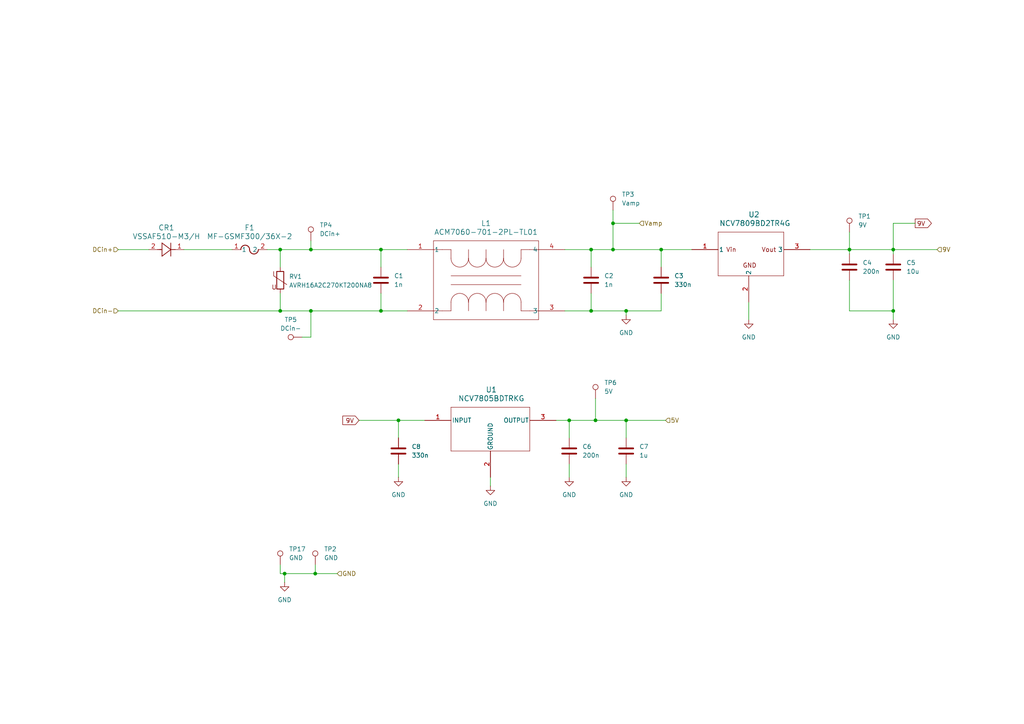
<source format=kicad_sch>
(kicad_sch
	(version 20231120)
	(generator "eeschema")
	(generator_version "8.0")
	(uuid "93e3bb5f-68f1-439f-a311-8483f75a1973")
	(paper "A4")
	(title_block
		(title "PreAmpEQ")
		(date "2025-03-09")
		(rev "1.1")
		(comment 1 "By: JZ")
		(comment 2 "P-ID: 001")
	)
	(lib_symbols
		(symbol "ACM7060:ACM7060-701-2PL-TL01"
			(pin_names
				(offset 0.254)
			)
			(exclude_from_sim no)
			(in_bom yes)
			(on_board yes)
			(property "Reference" "L"
				(at 22.86 7.62 0)
				(effects
					(font
						(size 1.524 1.524)
					)
				)
			)
			(property "Value" "ACM7060-701-2PL-TL01"
				(at 22.86 2.54 0)
				(effects
					(font
						(size 1.524 1.524)
					)
				)
			)
			(property "Footprint" "IND_ACM7060_TDK"
				(at 0 0 0)
				(effects
					(font
						(size 1.27 1.27)
						(italic yes)
					)
					(hide yes)
				)
			)
			(property "Datasheet" "ACM7060-701-2PL-TL01"
				(at 0 0 0)
				(effects
					(font
						(size 1.27 1.27)
						(italic yes)
					)
					(hide yes)
				)
			)
			(property "Description" ""
				(at 0 0 0)
				(effects
					(font
						(size 1.27 1.27)
					)
					(hide yes)
				)
			)
			(property "ki_locked" ""
				(at 0 0 0)
				(effects
					(font
						(size 1.27 1.27)
					)
				)
			)
			(property "ki_keywords" "ACM7060-701-2PL-TL01"
				(at 0 0 0)
				(effects
					(font
						(size 1.27 1.27)
					)
					(hide yes)
				)
			)
			(property "ki_fp_filters" "IND_ACM7060_TDK"
				(at 0 0 0)
				(effects
					(font
						(size 1.27 1.27)
					)
					(hide yes)
				)
			)
			(symbol "ACM7060-701-2PL-TL01_0_1"
				(polyline
					(pts
						(xy 7.62 -20.32) (xy 38.1 -20.32)
					)
					(stroke
						(width 0.127)
						(type default)
					)
					(fill
						(type none)
					)
				)
				(polyline
					(pts
						(xy 7.62 0) (xy 10.16 0)
					)
					(stroke
						(width 0.127)
						(type default)
					)
					(fill
						(type none)
					)
				)
				(polyline
					(pts
						(xy 7.62 2.54) (xy 7.62 -20.32)
					)
					(stroke
						(width 0.127)
						(type default)
					)
					(fill
						(type none)
					)
				)
				(polyline
					(pts
						(xy 10.16 -17.78) (xy 7.62 -17.78)
					)
					(stroke
						(width 0.127)
						(type default)
					)
					(fill
						(type none)
					)
				)
				(polyline
					(pts
						(xy 12.7 -17.78) (xy 10.16 -17.78)
					)
					(stroke
						(width 0.127)
						(type default)
					)
					(fill
						(type none)
					)
				)
				(polyline
					(pts
						(xy 12.7 -15.24) (xy 12.7 -17.78)
					)
					(stroke
						(width 0.127)
						(type default)
					)
					(fill
						(type none)
					)
				)
				(polyline
					(pts
						(xy 12.7 -10.16) (xy 33.02 -10.16)
					)
					(stroke
						(width 0.127)
						(type default)
					)
					(fill
						(type none)
					)
				)
				(polyline
					(pts
						(xy 12.7 -7.62) (xy 33.02 -7.62)
					)
					(stroke
						(width 0.127)
						(type default)
					)
					(fill
						(type none)
					)
				)
				(polyline
					(pts
						(xy 12.7 -2.54) (xy 12.7 0)
					)
					(stroke
						(width 0.127)
						(type default)
					)
					(fill
						(type none)
					)
				)
				(polyline
					(pts
						(xy 12.7 0) (xy 10.16 0)
					)
					(stroke
						(width 0.127)
						(type default)
					)
					(fill
						(type none)
					)
				)
				(polyline
					(pts
						(xy 17.78 -15.24) (xy 17.78 -17.78)
					)
					(stroke
						(width 0.127)
						(type default)
					)
					(fill
						(type none)
					)
				)
				(polyline
					(pts
						(xy 17.78 -2.54) (xy 17.78 0)
					)
					(stroke
						(width 0.127)
						(type default)
					)
					(fill
						(type none)
					)
				)
				(polyline
					(pts
						(xy 22.86 -15.24) (xy 22.86 -17.78)
					)
					(stroke
						(width 0.127)
						(type default)
					)
					(fill
						(type none)
					)
				)
				(polyline
					(pts
						(xy 22.86 -2.54) (xy 22.86 0)
					)
					(stroke
						(width 0.127)
						(type default)
					)
					(fill
						(type none)
					)
				)
				(polyline
					(pts
						(xy 27.94 -15.24) (xy 27.94 -17.78)
					)
					(stroke
						(width 0.127)
						(type default)
					)
					(fill
						(type none)
					)
				)
				(polyline
					(pts
						(xy 27.94 -2.54) (xy 27.94 0)
					)
					(stroke
						(width 0.127)
						(type default)
					)
					(fill
						(type none)
					)
				)
				(polyline
					(pts
						(xy 33.02 -17.78) (xy 35.56 -17.78)
					)
					(stroke
						(width 0.127)
						(type default)
					)
					(fill
						(type none)
					)
				)
				(polyline
					(pts
						(xy 33.02 -15.24) (xy 33.02 -17.78)
					)
					(stroke
						(width 0.127)
						(type default)
					)
					(fill
						(type none)
					)
				)
				(polyline
					(pts
						(xy 33.02 -2.54) (xy 33.02 0)
					)
					(stroke
						(width 0.127)
						(type default)
					)
					(fill
						(type none)
					)
				)
				(polyline
					(pts
						(xy 33.02 0) (xy 35.56 0)
					)
					(stroke
						(width 0.127)
						(type default)
					)
					(fill
						(type none)
					)
				)
				(polyline
					(pts
						(xy 38.1 -20.32) (xy 38.1 2.54)
					)
					(stroke
						(width 0.127)
						(type default)
					)
					(fill
						(type none)
					)
				)
				(polyline
					(pts
						(xy 38.1 -17.78) (xy 35.56 -17.78)
					)
					(stroke
						(width 0.127)
						(type default)
					)
					(fill
						(type none)
					)
				)
				(polyline
					(pts
						(xy 38.1 0) (xy 35.56 0)
					)
					(stroke
						(width 0.127)
						(type default)
					)
					(fill
						(type none)
					)
				)
				(polyline
					(pts
						(xy 38.1 2.54) (xy 7.62 2.54)
					)
					(stroke
						(width 0.127)
						(type default)
					)
					(fill
						(type none)
					)
				)
				(arc
					(start 12.7 -2.54)
					(mid 15.24 -5.0689)
					(end 17.78 -2.54)
					(stroke
						(width 0.127)
						(type default)
					)
					(fill
						(type none)
					)
				)
				(arc
					(start 17.78 -15.24)
					(mid 15.24 -12.711)
					(end 12.7 -15.24)
					(stroke
						(width 0.127)
						(type default)
					)
					(fill
						(type none)
					)
				)
				(arc
					(start 17.78 -2.54)
					(mid 20.32 -5.0689)
					(end 22.86 -2.54)
					(stroke
						(width 0.127)
						(type default)
					)
					(fill
						(type none)
					)
				)
				(arc
					(start 22.86 -15.24)
					(mid 20.32 -12.711)
					(end 17.78 -15.24)
					(stroke
						(width 0.127)
						(type default)
					)
					(fill
						(type none)
					)
				)
				(arc
					(start 22.86 -2.54)
					(mid 25.4 -5.0689)
					(end 27.94 -2.54)
					(stroke
						(width 0.127)
						(type default)
					)
					(fill
						(type none)
					)
				)
				(arc
					(start 27.94 -15.24)
					(mid 25.4 -12.711)
					(end 22.86 -15.24)
					(stroke
						(width 0.127)
						(type default)
					)
					(fill
						(type none)
					)
				)
				(arc
					(start 27.94 -2.54)
					(mid 30.48 -5.0689)
					(end 33.02 -2.54)
					(stroke
						(width 0.127)
						(type default)
					)
					(fill
						(type none)
					)
				)
				(arc
					(start 33.02 -15.24)
					(mid 30.48 -12.711)
					(end 27.94 -15.24)
					(stroke
						(width 0.127)
						(type default)
					)
					(fill
						(type none)
					)
				)
				(pin unspecified line
					(at 0 0 0)
					(length 7.62)
					(name "1"
						(effects
							(font
								(size 1.27 1.27)
							)
						)
					)
					(number "1"
						(effects
							(font
								(size 1.27 1.27)
							)
						)
					)
				)
				(pin unspecified line
					(at 0 -17.78 0)
					(length 7.62)
					(name "2"
						(effects
							(font
								(size 1.27 1.27)
							)
						)
					)
					(number "2"
						(effects
							(font
								(size 1.27 1.27)
							)
						)
					)
				)
				(pin unspecified line
					(at 45.72 -17.78 180)
					(length 7.62)
					(name "3"
						(effects
							(font
								(size 1.27 1.27)
							)
						)
					)
					(number "3"
						(effects
							(font
								(size 1.27 1.27)
							)
						)
					)
				)
				(pin unspecified line
					(at 45.72 0 180)
					(length 7.62)
					(name "4"
						(effects
							(font
								(size 1.27 1.27)
							)
						)
					)
					(number "4"
						(effects
							(font
								(size 1.27 1.27)
							)
						)
					)
				)
			)
		)
		(symbol "Connector:TestPoint"
			(pin_numbers hide)
			(pin_names
				(offset 0.762) hide)
			(exclude_from_sim no)
			(in_bom yes)
			(on_board yes)
			(property "Reference" "TP"
				(at 0 6.858 0)
				(effects
					(font
						(size 1.27 1.27)
					)
				)
			)
			(property "Value" "TestPoint"
				(at 0 5.08 0)
				(effects
					(font
						(size 1.27 1.27)
					)
				)
			)
			(property "Footprint" ""
				(at 5.08 0 0)
				(effects
					(font
						(size 1.27 1.27)
					)
					(hide yes)
				)
			)
			(property "Datasheet" "~"
				(at 5.08 0 0)
				(effects
					(font
						(size 1.27 1.27)
					)
					(hide yes)
				)
			)
			(property "Description" "test point"
				(at 0 0 0)
				(effects
					(font
						(size 1.27 1.27)
					)
					(hide yes)
				)
			)
			(property "ki_keywords" "test point tp"
				(at 0 0 0)
				(effects
					(font
						(size 1.27 1.27)
					)
					(hide yes)
				)
			)
			(property "ki_fp_filters" "Pin* Test*"
				(at 0 0 0)
				(effects
					(font
						(size 1.27 1.27)
					)
					(hide yes)
				)
			)
			(symbol "TestPoint_0_1"
				(circle
					(center 0 3.302)
					(radius 0.762)
					(stroke
						(width 0)
						(type default)
					)
					(fill
						(type none)
					)
				)
			)
			(symbol "TestPoint_1_1"
				(pin passive line
					(at 0 0 90)
					(length 2.54)
					(name "1"
						(effects
							(font
								(size 1.27 1.27)
							)
						)
					)
					(number "1"
						(effects
							(font
								(size 1.27 1.27)
							)
						)
					)
				)
			)
		)
		(symbol "Device:C"
			(pin_numbers hide)
			(pin_names
				(offset 0.254)
			)
			(exclude_from_sim no)
			(in_bom yes)
			(on_board yes)
			(property "Reference" "C"
				(at 0.635 2.54 0)
				(effects
					(font
						(size 1.27 1.27)
					)
					(justify left)
				)
			)
			(property "Value" "C"
				(at 0.635 -2.54 0)
				(effects
					(font
						(size 1.27 1.27)
					)
					(justify left)
				)
			)
			(property "Footprint" ""
				(at 0.9652 -3.81 0)
				(effects
					(font
						(size 1.27 1.27)
					)
					(hide yes)
				)
			)
			(property "Datasheet" "~"
				(at 0 0 0)
				(effects
					(font
						(size 1.27 1.27)
					)
					(hide yes)
				)
			)
			(property "Description" "Unpolarized capacitor"
				(at 0 0 0)
				(effects
					(font
						(size 1.27 1.27)
					)
					(hide yes)
				)
			)
			(property "ki_keywords" "cap capacitor"
				(at 0 0 0)
				(effects
					(font
						(size 1.27 1.27)
					)
					(hide yes)
				)
			)
			(property "ki_fp_filters" "C_*"
				(at 0 0 0)
				(effects
					(font
						(size 1.27 1.27)
					)
					(hide yes)
				)
			)
			(symbol "C_0_1"
				(polyline
					(pts
						(xy -2.032 -0.762) (xy 2.032 -0.762)
					)
					(stroke
						(width 0.508)
						(type default)
					)
					(fill
						(type none)
					)
				)
				(polyline
					(pts
						(xy -2.032 0.762) (xy 2.032 0.762)
					)
					(stroke
						(width 0.508)
						(type default)
					)
					(fill
						(type none)
					)
				)
			)
			(symbol "C_1_1"
				(pin passive line
					(at 0 3.81 270)
					(length 2.794)
					(name "~"
						(effects
							(font
								(size 1.27 1.27)
							)
						)
					)
					(number "1"
						(effects
							(font
								(size 1.27 1.27)
							)
						)
					)
				)
				(pin passive line
					(at 0 -3.81 90)
					(length 2.794)
					(name "~"
						(effects
							(font
								(size 1.27 1.27)
							)
						)
					)
					(number "2"
						(effects
							(font
								(size 1.27 1.27)
							)
						)
					)
				)
			)
		)
		(symbol "Device:Varistor"
			(pin_numbers hide)
			(pin_names
				(offset 0)
			)
			(exclude_from_sim no)
			(in_bom yes)
			(on_board yes)
			(property "Reference" "RV"
				(at 3.175 0 90)
				(effects
					(font
						(size 1.27 1.27)
					)
				)
			)
			(property "Value" "Varistor"
				(at -3.175 0 90)
				(effects
					(font
						(size 1.27 1.27)
					)
				)
			)
			(property "Footprint" ""
				(at -1.778 0 90)
				(effects
					(font
						(size 1.27 1.27)
					)
					(hide yes)
				)
			)
			(property "Datasheet" "~"
				(at 0 0 0)
				(effects
					(font
						(size 1.27 1.27)
					)
					(hide yes)
				)
			)
			(property "Description" "Voltage dependent resistor"
				(at 0 0 0)
				(effects
					(font
						(size 1.27 1.27)
					)
					(hide yes)
				)
			)
			(property "Sim.Name" "kicad_builtin_varistor"
				(at 0 0 0)
				(effects
					(font
						(size 1.27 1.27)
					)
					(hide yes)
				)
			)
			(property "Sim.Device" "SUBCKT"
				(at 0 0 0)
				(effects
					(font
						(size 1.27 1.27)
					)
					(hide yes)
				)
			)
			(property "Sim.Pins" "1=A 2=B"
				(at 0 0 0)
				(effects
					(font
						(size 1.27 1.27)
					)
					(hide yes)
				)
			)
			(property "Sim.Params" "threshold=1k"
				(at 0 0 0)
				(effects
					(font
						(size 1.27 1.27)
					)
					(hide yes)
				)
			)
			(property "Sim.Library" "${KICAD7_SYMBOL_DIR}/Simulation_SPICE.sp"
				(at 0 0 0)
				(effects
					(font
						(size 1.27 1.27)
					)
					(hide yes)
				)
			)
			(property "ki_keywords" "VDR resistance"
				(at 0 0 0)
				(effects
					(font
						(size 1.27 1.27)
					)
					(hide yes)
				)
			)
			(property "ki_fp_filters" "RV_* Varistor*"
				(at 0 0 0)
				(effects
					(font
						(size 1.27 1.27)
					)
					(hide yes)
				)
			)
			(symbol "Varistor_0_0"
				(text "U"
					(at -1.778 -2.032 0)
					(effects
						(font
							(size 1.27 1.27)
						)
					)
				)
			)
			(symbol "Varistor_0_1"
				(rectangle
					(start -1.016 -2.54)
					(end 1.016 2.54)
					(stroke
						(width 0.254)
						(type default)
					)
					(fill
						(type none)
					)
				)
				(polyline
					(pts
						(xy -1.905 2.54) (xy -1.905 1.27) (xy 1.905 -1.27)
					)
					(stroke
						(width 0)
						(type default)
					)
					(fill
						(type none)
					)
				)
			)
			(symbol "Varistor_1_1"
				(pin passive line
					(at 0 3.81 270)
					(length 1.27)
					(name "~"
						(effects
							(font
								(size 1.27 1.27)
							)
						)
					)
					(number "1"
						(effects
							(font
								(size 1.27 1.27)
							)
						)
					)
				)
				(pin passive line
					(at 0 -3.81 90)
					(length 1.27)
					(name "~"
						(effects
							(font
								(size 1.27 1.27)
							)
						)
					)
					(number "2"
						(effects
							(font
								(size 1.27 1.27)
							)
						)
					)
				)
			)
		)
		(symbol "MFGSM:MF-GSMF300_36X-2"
			(pin_names
				(offset 0.254)
			)
			(exclude_from_sim no)
			(in_bom yes)
			(on_board yes)
			(property "Reference" "F"
				(at 5.08 3.175 0)
				(effects
					(font
						(size 1.524 1.524)
					)
				)
			)
			(property "Value" "MF-GSMF300/36X-2"
				(at 5.08 -3.175 0)
				(effects
					(font
						(size 1.524 1.524)
					)
				)
			)
			(property "Footprint" "FUSE_MF-GSMF_BRN"
				(at 0 0 0)
				(effects
					(font
						(size 1.27 1.27)
						(italic yes)
					)
					(hide yes)
				)
			)
			(property "Datasheet" "MF-GSMF300/36X-2"
				(at 0 0 0)
				(effects
					(font
						(size 1.27 1.27)
						(italic yes)
					)
					(hide yes)
				)
			)
			(property "Description" ""
				(at 0 0 0)
				(effects
					(font
						(size 1.27 1.27)
					)
					(hide yes)
				)
			)
			(property "ki_locked" ""
				(at 0 0 0)
				(effects
					(font
						(size 1.27 1.27)
					)
				)
			)
			(property "ki_keywords" "MF-GSMF300/36X-2"
				(at 0 0 0)
				(effects
					(font
						(size 1.27 1.27)
					)
					(hide yes)
				)
			)
			(property "ki_fp_filters" "FUSE_MF-GSMF_BRN FUSE_MF-GSMF_BRN-M FUSE_MF-GSMF_BRN-L"
				(at 0 0 0)
				(effects
					(font
						(size 1.27 1.27)
					)
					(hide yes)
				)
			)
			(symbol "MF-GSMF300_36X-2_1_1"
				(arc
					(start 5.08 0)
					(mid 3.81 1.2645)
					(end 2.54 0)
					(stroke
						(width 0.254)
						(type default)
					)
					(fill
						(type none)
					)
				)
				(arc
					(start 5.08 0)
					(mid 6.35 -1.2645)
					(end 7.62 0)
					(stroke
						(width 0.254)
						(type default)
					)
					(fill
						(type none)
					)
				)
				(pin unspecified line
					(at 0 0 0)
					(length 2.54)
					(name "1"
						(effects
							(font
								(size 1.27 1.27)
							)
						)
					)
					(number "1"
						(effects
							(font
								(size 1.27 1.27)
							)
						)
					)
				)
				(pin unspecified line
					(at 10.16 0 180)
					(length 2.54)
					(name "2"
						(effects
							(font
								(size 1.27 1.27)
							)
						)
					)
					(number "2"
						(effects
							(font
								(size 1.27 1.27)
							)
						)
					)
				)
			)
			(symbol "MF-GSMF300_36X-2_1_2"
				(arc
					(start 0 5.08)
					(mid -1.2645 3.81)
					(end 0 2.54)
					(stroke
						(width 0.254)
						(type default)
					)
					(fill
						(type none)
					)
				)
				(arc
					(start 0 5.08)
					(mid 1.2645 6.35)
					(end 0 7.62)
					(stroke
						(width 0.254)
						(type default)
					)
					(fill
						(type none)
					)
				)
				(pin unspecified line
					(at 0 0 90)
					(length 2.54)
					(name "1"
						(effects
							(font
								(size 1.27 1.27)
							)
						)
					)
					(number "1"
						(effects
							(font
								(size 1.27 1.27)
							)
						)
					)
				)
				(pin unspecified line
					(at 0 10.16 270)
					(length 2.54)
					(name "2"
						(effects
							(font
								(size 1.27 1.27)
							)
						)
					)
					(number "2"
						(effects
							(font
								(size 1.27 1.27)
							)
						)
					)
				)
			)
		)
		(symbol "NCV7805:NCV7805BDTRKG"
			(pin_names
				(offset 0.254)
			)
			(exclude_from_sim no)
			(in_bom yes)
			(on_board yes)
			(property "Reference" "U1"
				(at 19.304 10.16 0)
				(effects
					(font
						(size 1.524 1.524)
					)
				)
			)
			(property "Value" "NCV7805BDTRKG"
				(at 19.304 7.62 0)
				(effects
					(font
						(size 1.524 1.524)
					)
				)
			)
			(property "Footprint" "DPAK-3_ONS"
				(at 0 0 0)
				(effects
					(font
						(size 1.27 1.27)
						(italic yes)
					)
					(hide yes)
				)
			)
			(property "Datasheet" "NCV7805BDTRKG"
				(at 0 0 0)
				(effects
					(font
						(size 1.27 1.27)
						(italic yes)
					)
					(hide yes)
				)
			)
			(property "Description" ""
				(at 0 0 0)
				(effects
					(font
						(size 1.27 1.27)
					)
					(hide yes)
				)
			)
			(property "ki_locked" ""
				(at 0 0 0)
				(effects
					(font
						(size 1.27 1.27)
					)
				)
			)
			(property "ki_keywords" "NCV7805BDTRKG"
				(at 0 0 0)
				(effects
					(font
						(size 1.27 1.27)
					)
					(hide yes)
				)
			)
			(property "ki_fp_filters" "DPAK-3_ONS DPAK-3_ONS-M DPAK-3_ONS-L"
				(at 0 0 0)
				(effects
					(font
						(size 1.27 1.27)
					)
					(hide yes)
				)
			)
			(symbol "NCV7805BDTRKG_0_1"
				(polyline
					(pts
						(xy 7.62 -7.62) (xy 30.48 -7.62)
					)
					(stroke
						(width 0.127)
						(type default)
					)
					(fill
						(type none)
					)
				)
				(polyline
					(pts
						(xy 7.62 5.08) (xy 7.62 -7.62)
					)
					(stroke
						(width 0.127)
						(type default)
					)
					(fill
						(type none)
					)
				)
				(polyline
					(pts
						(xy 30.48 -7.62) (xy 30.48 5.08)
					)
					(stroke
						(width 0.127)
						(type default)
					)
					(fill
						(type none)
					)
				)
				(polyline
					(pts
						(xy 30.48 5.08) (xy 7.62 5.08)
					)
					(stroke
						(width 0.127)
						(type default)
					)
					(fill
						(type none)
					)
				)
				(pin input line
					(at 0 1.27 0)
					(length 7.62)
					(name "INPUT"
						(effects
							(font
								(size 1.27 1.27)
							)
						)
					)
					(number "1"
						(effects
							(font
								(size 1.27 1.27)
							)
						)
					)
				)
				(pin power_in line
					(at 19.05 -15.24 90)
					(length 7.62)
					(name "GROUND"
						(effects
							(font
								(size 1.27 1.27)
							)
						)
					)
					(number "2"
						(effects
							(font
								(size 1.27 1.27)
							)
						)
					)
				)
				(pin output line
					(at 38.1 1.27 180)
					(length 7.62)
					(name "OUTPUT"
						(effects
							(font
								(size 1.27 1.27)
							)
						)
					)
					(number "3"
						(effects
							(font
								(size 1.27 1.27)
							)
						)
					)
				)
			)
		)
		(symbol "NCV7809:NCV7809BD2TR4G"
			(pin_names
				(offset 0.254)
			)
			(exclude_from_sim no)
			(in_bom yes)
			(on_board yes)
			(property "Reference" "U2"
				(at 18.034 10.16 0)
				(effects
					(font
						(size 1.524 1.524)
					)
				)
			)
			(property "Value" "NCV7809BD2TR4G"
				(at 18.288 7.62 0)
				(effects
					(font
						(size 1.524 1.524)
					)
				)
			)
			(property "Footprint" "D2PAK3_ONS"
				(at 0 0 0)
				(effects
					(font
						(size 1.27 1.27)
						(italic yes)
					)
					(hide yes)
				)
			)
			(property "Datasheet" "NCV7809BD2TR4G"
				(at 0 0 0)
				(effects
					(font
						(size 1.27 1.27)
						(italic yes)
					)
					(hide yes)
				)
			)
			(property "Description" ""
				(at 0 0 0)
				(effects
					(font
						(size 1.27 1.27)
					)
					(hide yes)
				)
			)
			(property "ki_locked" ""
				(at 0 0 0)
				(effects
					(font
						(size 1.27 1.27)
					)
				)
			)
			(property "ki_keywords" "NCV7809BD2TR4G"
				(at 0 0 0)
				(effects
					(font
						(size 1.27 1.27)
					)
					(hide yes)
				)
			)
			(property "ki_fp_filters" "D2PAK3_ONS D2PAK3_ONS-M D2PAK3_ONS-L"
				(at 0 0 0)
				(effects
					(font
						(size 1.27 1.27)
					)
					(hide yes)
				)
			)
			(symbol "NCV7809BD2TR4G_0_1"
				(polyline
					(pts
						(xy 7.62 -7.62) (xy 26.67 -7.62)
					)
					(stroke
						(width 0.127)
						(type default)
					)
					(fill
						(type none)
					)
				)
				(polyline
					(pts
						(xy 7.62 5.08) (xy 7.62 -7.62)
					)
					(stroke
						(width 0.127)
						(type default)
					)
					(fill
						(type none)
					)
				)
				(polyline
					(pts
						(xy 26.67 -7.62) (xy 26.67 5.08)
					)
					(stroke
						(width 0.127)
						(type default)
					)
					(fill
						(type none)
					)
				)
				(polyline
					(pts
						(xy 26.67 5.08) (xy 7.62 5.08)
					)
					(stroke
						(width 0.127)
						(type default)
					)
					(fill
						(type none)
					)
				)
				(pin unspecified line
					(at 0 0 0)
					(length 7.62)
					(name "1"
						(effects
							(font
								(size 1.27 1.27)
							)
						)
					)
					(number "1"
						(effects
							(font
								(size 1.27 1.27)
							)
						)
					)
				)
				(pin unspecified line
					(at 16.51 -15.24 90)
					(length 7.62)
					(name "2"
						(effects
							(font
								(size 1.27 1.27)
							)
						)
					)
					(number "2"
						(effects
							(font
								(size 1.27 1.27)
							)
						)
					)
				)
				(pin unspecified line
					(at 34.29 0 180)
					(length 7.62)
					(name "3"
						(effects
							(font
								(size 1.27 1.27)
							)
						)
					)
					(number "3"
						(effects
							(font
								(size 1.27 1.27)
							)
						)
					)
				)
			)
			(symbol "NCV7809BD2TR4G_1_1"
				(text "GND"
					(at 16.764 -4.572 0)
					(effects
						(font
							(size 1.27 1.27)
						)
					)
				)
				(text "Vin"
					(at 11.43 0 0)
					(effects
						(font
							(size 1.27 1.27)
						)
					)
				)
				(text "Vout"
					(at 22.352 0 0)
					(effects
						(font
							(size 1.27 1.27)
						)
					)
				)
			)
		)
		(symbol "VSSAD510:VSSAF510-M3_H"
			(pin_names
				(offset 0.254)
			)
			(exclude_from_sim no)
			(in_bom yes)
			(on_board yes)
			(property "Reference" "CR"
				(at 5.08 4.445 0)
				(effects
					(font
						(size 1.524 1.524)
					)
				)
			)
			(property "Value" "VSSAF510-M3/H"
				(at 5.08 -3.81 0)
				(effects
					(font
						(size 1.524 1.524)
					)
				)
			)
			(property "Footprint" "CR_SLIMSMA_DO-221AC_VIS"
				(at 0 0 0)
				(effects
					(font
						(size 1.27 1.27)
						(italic yes)
					)
					(hide yes)
				)
			)
			(property "Datasheet" "VSSAF510-M3/H"
				(at 0 0 0)
				(effects
					(font
						(size 1.27 1.27)
						(italic yes)
					)
					(hide yes)
				)
			)
			(property "Description" ""
				(at 0 0 0)
				(effects
					(font
						(size 1.27 1.27)
					)
					(hide yes)
				)
			)
			(property "ki_locked" ""
				(at 0 0 0)
				(effects
					(font
						(size 1.27 1.27)
					)
				)
			)
			(property "ki_keywords" "VSSAF510-M3/H"
				(at 0 0 0)
				(effects
					(font
						(size 1.27 1.27)
					)
					(hide yes)
				)
			)
			(property "ki_fp_filters" "CR_SLIMSMA_DO-221AC_VIS CR_SLIMSMA_DO-221AC_VIS-M CR_SLIMSMA_DO-221AC_VIS-L"
				(at 0 0 0)
				(effects
					(font
						(size 1.27 1.27)
					)
					(hide yes)
				)
			)
			(symbol "VSSAF510-M3_H_1_1"
				(polyline
					(pts
						(xy 2.54 0) (xy 3.4798 0)
					)
					(stroke
						(width 0.2032)
						(type default)
					)
					(fill
						(type none)
					)
				)
				(polyline
					(pts
						(xy 3.175 0) (xy 3.81 0)
					)
					(stroke
						(width 0.2032)
						(type default)
					)
					(fill
						(type none)
					)
				)
				(polyline
					(pts
						(xy 3.81 -1.905) (xy 6.35 0)
					)
					(stroke
						(width 0.2032)
						(type default)
					)
					(fill
						(type none)
					)
				)
				(polyline
					(pts
						(xy 3.81 1.905) (xy 3.81 -1.905)
					)
					(stroke
						(width 0.2032)
						(type default)
					)
					(fill
						(type none)
					)
				)
				(polyline
					(pts
						(xy 6.35 -1.905) (xy 6.35 1.905)
					)
					(stroke
						(width 0.2032)
						(type default)
					)
					(fill
						(type none)
					)
				)
				(polyline
					(pts
						(xy 6.35 0) (xy 3.81 1.905)
					)
					(stroke
						(width 0.2032)
						(type default)
					)
					(fill
						(type none)
					)
				)
				(polyline
					(pts
						(xy 6.35 0) (xy 7.62 0)
					)
					(stroke
						(width 0.2032)
						(type default)
					)
					(fill
						(type none)
					)
				)
				(pin unspecified line
					(at 10.16 0 180)
					(length 2.54)
					(name ""
						(effects
							(font
								(size 1.27 1.27)
							)
						)
					)
					(number "1"
						(effects
							(font
								(size 1.27 1.27)
							)
						)
					)
				)
				(pin unspecified line
					(at 0 0 0)
					(length 2.54)
					(name ""
						(effects
							(font
								(size 1.27 1.27)
							)
						)
					)
					(number "2"
						(effects
							(font
								(size 1.27 1.27)
							)
						)
					)
				)
			)
			(symbol "VSSAF510-M3_H_1_2"
				(polyline
					(pts
						(xy -1.905 3.81) (xy 1.905 3.81)
					)
					(stroke
						(width 0.2032)
						(type default)
					)
					(fill
						(type none)
					)
				)
				(polyline
					(pts
						(xy 0 2.54) (xy 0 3.4798)
					)
					(stroke
						(width 0.2032)
						(type default)
					)
					(fill
						(type none)
					)
				)
				(polyline
					(pts
						(xy 0 3.175) (xy 0 3.81)
					)
					(stroke
						(width 0.2032)
						(type default)
					)
					(fill
						(type none)
					)
				)
				(polyline
					(pts
						(xy 0 6.35) (xy -1.905 3.81)
					)
					(stroke
						(width 0.2032)
						(type default)
					)
					(fill
						(type none)
					)
				)
				(polyline
					(pts
						(xy 0 6.35) (xy 0 7.62)
					)
					(stroke
						(width 0.2032)
						(type default)
					)
					(fill
						(type none)
					)
				)
				(polyline
					(pts
						(xy 1.905 3.81) (xy 0 6.35)
					)
					(stroke
						(width 0.2032)
						(type default)
					)
					(fill
						(type none)
					)
				)
				(polyline
					(pts
						(xy 1.905 6.35) (xy -1.905 6.35)
					)
					(stroke
						(width 0.2032)
						(type default)
					)
					(fill
						(type none)
					)
				)
				(pin unspecified line
					(at 0 10.16 270)
					(length 2.54)
					(name ""
						(effects
							(font
								(size 1.27 1.27)
							)
						)
					)
					(number "1"
						(effects
							(font
								(size 1.27 1.27)
							)
						)
					)
				)
				(pin unspecified line
					(at 0 0 90)
					(length 2.54)
					(name ""
						(effects
							(font
								(size 1.27 1.27)
							)
						)
					)
					(number "2"
						(effects
							(font
								(size 1.27 1.27)
							)
						)
					)
				)
			)
		)
		(symbol "power:GND"
			(power)
			(pin_numbers hide)
			(pin_names
				(offset 0) hide)
			(exclude_from_sim no)
			(in_bom yes)
			(on_board yes)
			(property "Reference" "#PWR"
				(at 0 -6.35 0)
				(effects
					(font
						(size 1.27 1.27)
					)
					(hide yes)
				)
			)
			(property "Value" "GND"
				(at 0 -3.81 0)
				(effects
					(font
						(size 1.27 1.27)
					)
				)
			)
			(property "Footprint" ""
				(at 0 0 0)
				(effects
					(font
						(size 1.27 1.27)
					)
					(hide yes)
				)
			)
			(property "Datasheet" ""
				(at 0 0 0)
				(effects
					(font
						(size 1.27 1.27)
					)
					(hide yes)
				)
			)
			(property "Description" "Power symbol creates a global label with name \"GND\" , ground"
				(at 0 0 0)
				(effects
					(font
						(size 1.27 1.27)
					)
					(hide yes)
				)
			)
			(property "ki_keywords" "global power"
				(at 0 0 0)
				(effects
					(font
						(size 1.27 1.27)
					)
					(hide yes)
				)
			)
			(symbol "GND_0_1"
				(polyline
					(pts
						(xy 0 0) (xy 0 -1.27) (xy 1.27 -1.27) (xy 0 -2.54) (xy -1.27 -1.27) (xy 0 -1.27)
					)
					(stroke
						(width 0)
						(type default)
					)
					(fill
						(type none)
					)
				)
			)
			(symbol "GND_1_1"
				(pin power_in line
					(at 0 0 270)
					(length 0)
					(name "~"
						(effects
							(font
								(size 1.27 1.27)
							)
						)
					)
					(number "1"
						(effects
							(font
								(size 1.27 1.27)
							)
						)
					)
				)
			)
		)
	)
	(junction
		(at 81.28 72.39)
		(diameter 0)
		(color 0 0 0 0)
		(uuid "0050c79a-447c-4ef6-8ae0-75c2753dc873")
	)
	(junction
		(at 90.17 72.39)
		(diameter 0)
		(color 0 0 0 0)
		(uuid "01425fb9-7c88-4103-b829-a308e7a0a485")
	)
	(junction
		(at 110.49 90.17)
		(diameter 0)
		(color 0 0 0 0)
		(uuid "032719ac-a4bb-4e10-ac6f-45abb6028665")
	)
	(junction
		(at 90.17 90.17)
		(diameter 0)
		(color 0 0 0 0)
		(uuid "0d182ede-dce8-4bcb-a495-d7d822dce575")
	)
	(junction
		(at 110.49 72.39)
		(diameter 0)
		(color 0 0 0 0)
		(uuid "16d69847-83e9-4126-b63f-e636b0af2b62")
	)
	(junction
		(at 115.57 121.92)
		(diameter 0)
		(color 0 0 0 0)
		(uuid "20720175-83fa-43d7-97c1-7ce5db318d27")
	)
	(junction
		(at 91.44 166.37)
		(diameter 0)
		(color 0 0 0 0)
		(uuid "260c45a1-ca86-49de-aba6-fa0e37a1945d")
	)
	(junction
		(at 181.61 121.92)
		(diameter 0)
		(color 0 0 0 0)
		(uuid "32bedcb9-ab5f-4f2c-8ca6-d0f0ab9f33b6")
	)
	(junction
		(at 82.55 166.37)
		(diameter 0)
		(color 0 0 0 0)
		(uuid "332f4e64-59e2-40b7-88c9-3099a3c64d84")
	)
	(junction
		(at 181.61 90.17)
		(diameter 0)
		(color 0 0 0 0)
		(uuid "3b5dc511-b04f-4f86-8995-b78ffb388cb4")
	)
	(junction
		(at 81.28 90.17)
		(diameter 0)
		(color 0 0 0 0)
		(uuid "4df63cc1-6631-487b-ac81-f9a35c1429b6")
	)
	(junction
		(at 259.08 72.39)
		(diameter 0)
		(color 0 0 0 0)
		(uuid "595cb991-88f2-48bb-b309-c54f6d9bf299")
	)
	(junction
		(at 259.08 90.17)
		(diameter 0)
		(color 0 0 0 0)
		(uuid "5b947f10-e42f-4c7e-939f-efdb70b10d86")
	)
	(junction
		(at 191.77 72.39)
		(diameter 0)
		(color 0 0 0 0)
		(uuid "6288c56c-d713-4ba7-9eb2-6f4ee7c9db7d")
	)
	(junction
		(at 177.8 64.77)
		(diameter 0)
		(color 0 0 0 0)
		(uuid "6bc05594-b6d7-411d-896f-b7b09c354abc")
	)
	(junction
		(at 171.45 90.17)
		(diameter 0)
		(color 0 0 0 0)
		(uuid "844ebaf9-36b8-4b48-b100-4e1c38fcb1a1")
	)
	(junction
		(at 165.1 121.92)
		(diameter 0)
		(color 0 0 0 0)
		(uuid "93fbde4d-7ada-45ca-9521-11ffbc7c2e59")
	)
	(junction
		(at 171.45 72.39)
		(diameter 0)
		(color 0 0 0 0)
		(uuid "c72ad0a8-7ff8-456a-aa2e-3654df076722")
	)
	(junction
		(at 172.72 121.92)
		(diameter 0)
		(color 0 0 0 0)
		(uuid "e0b8e4f6-b475-433a-a759-037ad6035cec")
	)
	(junction
		(at 177.8 72.39)
		(diameter 0)
		(color 0 0 0 0)
		(uuid "e71edf24-ba65-4984-8a04-d7987ac446d3")
	)
	(junction
		(at 246.38 72.39)
		(diameter 0)
		(color 0 0 0 0)
		(uuid "fc34b9f9-f969-4cf4-a1d5-6584a3b9e93a")
	)
	(wire
		(pts
			(xy 191.77 77.47) (xy 191.77 72.39)
		)
		(stroke
			(width 0)
			(type default)
		)
		(uuid "00c4bb4b-b259-4f6a-97c2-79642fd78c22")
	)
	(wire
		(pts
			(xy 90.17 72.39) (xy 110.49 72.39)
		)
		(stroke
			(width 0)
			(type default)
		)
		(uuid "00f27274-ac2b-4c1a-a88d-bcbee54f3d6a")
	)
	(wire
		(pts
			(xy 142.24 138.43) (xy 142.24 140.97)
		)
		(stroke
			(width 0)
			(type default)
		)
		(uuid "032cb182-60c9-483c-9ce3-340b9f434256")
	)
	(wire
		(pts
			(xy 81.28 163.83) (xy 81.28 166.37)
		)
		(stroke
			(width 0)
			(type default)
		)
		(uuid "0650a5b6-4434-4fa7-ab8c-32068d198aef")
	)
	(wire
		(pts
			(xy 234.95 72.39) (xy 246.38 72.39)
		)
		(stroke
			(width 0)
			(type default)
		)
		(uuid "0ed5a7bc-d65a-4267-9bf3-a0332df11214")
	)
	(wire
		(pts
			(xy 246.38 72.39) (xy 259.08 72.39)
		)
		(stroke
			(width 0)
			(type default)
		)
		(uuid "196b8865-8fc5-42be-89d3-3c783cf8a6af")
	)
	(wire
		(pts
			(xy 118.11 90.17) (xy 110.49 90.17)
		)
		(stroke
			(width 0)
			(type default)
		)
		(uuid "19bbfbc4-433b-47c8-a69c-2429a06b9e42")
	)
	(wire
		(pts
			(xy 81.28 72.39) (xy 81.28 77.47)
		)
		(stroke
			(width 0)
			(type default)
		)
		(uuid "1a33c5d5-be4a-4d2d-b760-ac3ded6907be")
	)
	(wire
		(pts
			(xy 115.57 121.92) (xy 115.57 127)
		)
		(stroke
			(width 0)
			(type default)
		)
		(uuid "1b94b0d3-e8e4-4c04-a4e6-b59eb557419a")
	)
	(wire
		(pts
			(xy 172.72 121.92) (xy 181.61 121.92)
		)
		(stroke
			(width 0)
			(type default)
		)
		(uuid "1c012cb2-5345-42aa-bd05-1e1503eb71e5")
	)
	(wire
		(pts
			(xy 171.45 90.17) (xy 181.61 90.17)
		)
		(stroke
			(width 0)
			(type default)
		)
		(uuid "2515df67-a264-4a3d-bc44-c9b10a38b9d2")
	)
	(wire
		(pts
			(xy 115.57 134.62) (xy 115.57 138.43)
		)
		(stroke
			(width 0)
			(type default)
		)
		(uuid "25406a6c-56c4-429c-a65e-b44931c4b50c")
	)
	(wire
		(pts
			(xy 77.47 72.39) (xy 81.28 72.39)
		)
		(stroke
			(width 0)
			(type default)
		)
		(uuid "26f7ff5a-854b-4075-abc6-f06a5e1347e5")
	)
	(wire
		(pts
			(xy 34.29 72.39) (xy 43.18 72.39)
		)
		(stroke
			(width 0)
			(type default)
		)
		(uuid "2d007a6e-1999-4333-8fca-d7170db08f2d")
	)
	(wire
		(pts
			(xy 90.17 97.79) (xy 90.17 90.17)
		)
		(stroke
			(width 0)
			(type default)
		)
		(uuid "33bf3ffe-59e3-4e0c-85e1-06ad7033b57d")
	)
	(wire
		(pts
			(xy 91.44 166.37) (xy 82.55 166.37)
		)
		(stroke
			(width 0)
			(type default)
		)
		(uuid "33fb9999-8a38-4b1b-a689-616eb2ecdbd5")
	)
	(wire
		(pts
			(xy 259.08 90.17) (xy 246.38 90.17)
		)
		(stroke
			(width 0)
			(type default)
		)
		(uuid "3c25eaa5-681c-4f88-a560-80faf0ff3769")
	)
	(wire
		(pts
			(xy 110.49 72.39) (xy 118.11 72.39)
		)
		(stroke
			(width 0)
			(type default)
		)
		(uuid "3cdd91bb-1c6d-49f1-b74a-8d0c6c5f3be0")
	)
	(wire
		(pts
			(xy 87.63 97.79) (xy 90.17 97.79)
		)
		(stroke
			(width 0)
			(type default)
		)
		(uuid "470c7471-5682-4fc9-8034-d69f7eb1aadf")
	)
	(wire
		(pts
			(xy 246.38 81.28) (xy 246.38 90.17)
		)
		(stroke
			(width 0)
			(type default)
		)
		(uuid "496d042b-a338-4d00-846c-f9f5954cdb3b")
	)
	(wire
		(pts
			(xy 110.49 85.09) (xy 110.49 90.17)
		)
		(stroke
			(width 0)
			(type default)
		)
		(uuid "4c7c86fb-168a-4db5-b2c7-ad2cc5b0325e")
	)
	(wire
		(pts
			(xy 259.08 64.77) (xy 259.08 72.39)
		)
		(stroke
			(width 0)
			(type default)
		)
		(uuid "4d8e7168-af13-476b-ae9a-1327b55468c5")
	)
	(wire
		(pts
			(xy 181.61 121.92) (xy 193.04 121.92)
		)
		(stroke
			(width 0)
			(type default)
		)
		(uuid "4ea72ba7-475c-460a-a55d-eec5b93498e4")
	)
	(wire
		(pts
			(xy 171.45 85.09) (xy 171.45 90.17)
		)
		(stroke
			(width 0)
			(type default)
		)
		(uuid "556121a8-ef74-4216-b2ab-ddd6673013a8")
	)
	(wire
		(pts
			(xy 191.77 85.09) (xy 191.77 90.17)
		)
		(stroke
			(width 0)
			(type default)
		)
		(uuid "593cc7c1-c667-434a-a138-e27c79afb500")
	)
	(wire
		(pts
			(xy 185.42 64.77) (xy 177.8 64.77)
		)
		(stroke
			(width 0)
			(type default)
		)
		(uuid "5bc50334-cbce-4954-a8af-804de1968563")
	)
	(wire
		(pts
			(xy 171.45 72.39) (xy 177.8 72.39)
		)
		(stroke
			(width 0)
			(type default)
		)
		(uuid "60dfaeff-0aa5-445c-99f4-9918ca4069da")
	)
	(wire
		(pts
			(xy 81.28 90.17) (xy 90.17 90.17)
		)
		(stroke
			(width 0)
			(type default)
		)
		(uuid "6b8ee68b-b03d-4690-8eda-2f1f9a7974d1")
	)
	(wire
		(pts
			(xy 81.28 85.09) (xy 81.28 90.17)
		)
		(stroke
			(width 0)
			(type default)
		)
		(uuid "6ba79a42-5a8c-4d0b-a311-5d56b4eacf28")
	)
	(wire
		(pts
			(xy 259.08 90.17) (xy 259.08 92.71)
		)
		(stroke
			(width 0)
			(type default)
		)
		(uuid "6e500277-0298-4579-8e5b-6b0be179cd70")
	)
	(wire
		(pts
			(xy 163.83 90.17) (xy 171.45 90.17)
		)
		(stroke
			(width 0)
			(type default)
		)
		(uuid "7455cea2-18b4-4d26-a388-f90b0d7372a3")
	)
	(wire
		(pts
			(xy 181.61 134.62) (xy 181.61 138.43)
		)
		(stroke
			(width 0)
			(type default)
		)
		(uuid "77bc4232-f3c2-4f66-a94e-8c7f9f8eaf99")
	)
	(wire
		(pts
			(xy 165.1 121.92) (xy 172.72 121.92)
		)
		(stroke
			(width 0)
			(type default)
		)
		(uuid "78af9922-1e46-4c7c-8fbf-0f2bedae9729")
	)
	(wire
		(pts
			(xy 171.45 77.47) (xy 171.45 72.39)
		)
		(stroke
			(width 0)
			(type default)
		)
		(uuid "84c45f11-fff2-4d3d-a9c2-c6bbc2dfd8d5")
	)
	(wire
		(pts
			(xy 90.17 90.17) (xy 110.49 90.17)
		)
		(stroke
			(width 0)
			(type default)
		)
		(uuid "8b94212c-c0fc-4be1-8fbf-00551185077f")
	)
	(wire
		(pts
			(xy 177.8 72.39) (xy 191.77 72.39)
		)
		(stroke
			(width 0)
			(type default)
		)
		(uuid "8c60709d-3e8e-4861-9c9d-9d9f3fb32fba")
	)
	(wire
		(pts
			(xy 181.61 90.17) (xy 191.77 90.17)
		)
		(stroke
			(width 0)
			(type default)
		)
		(uuid "8c7740e8-2cb4-4584-ae22-653cf7a44747")
	)
	(wire
		(pts
			(xy 110.49 77.47) (xy 110.49 72.39)
		)
		(stroke
			(width 0)
			(type default)
		)
		(uuid "8f3fbde5-ac7e-4c02-81e9-30502874f45f")
	)
	(wire
		(pts
			(xy 90.17 69.85) (xy 90.17 72.39)
		)
		(stroke
			(width 0)
			(type default)
		)
		(uuid "92d158da-37ad-46d2-bce7-8f3e166f5ed9")
	)
	(wire
		(pts
			(xy 177.8 64.77) (xy 177.8 72.39)
		)
		(stroke
			(width 0)
			(type default)
		)
		(uuid "950d6380-2338-4769-bccf-403f1f0185e3")
	)
	(wire
		(pts
			(xy 191.77 72.39) (xy 200.66 72.39)
		)
		(stroke
			(width 0)
			(type default)
		)
		(uuid "9ab21d6e-03dc-4d2d-b820-9f54a36d1adf")
	)
	(wire
		(pts
			(xy 181.61 90.17) (xy 181.61 91.44)
		)
		(stroke
			(width 0)
			(type default)
		)
		(uuid "9bcdb602-a9d2-4ea6-a1c2-33f1b3af4390")
	)
	(wire
		(pts
			(xy 53.34 72.39) (xy 67.31 72.39)
		)
		(stroke
			(width 0)
			(type default)
		)
		(uuid "9bd0e010-4d12-4f59-a510-8007fb484972")
	)
	(wire
		(pts
			(xy 246.38 73.66) (xy 246.38 72.39)
		)
		(stroke
			(width 0)
			(type default)
		)
		(uuid "a12525d6-03c5-48d4-996d-1423087a18f8")
	)
	(wire
		(pts
			(xy 161.29 121.92) (xy 165.1 121.92)
		)
		(stroke
			(width 0)
			(type default)
		)
		(uuid "a715ea72-186a-4ffc-ac6b-387d23131193")
	)
	(wire
		(pts
			(xy 81.28 166.37) (xy 82.55 166.37)
		)
		(stroke
			(width 0)
			(type default)
		)
		(uuid "bb894dc3-392d-4ed4-9c86-b3f3da11bcf7")
	)
	(wire
		(pts
			(xy 177.8 60.96) (xy 177.8 64.77)
		)
		(stroke
			(width 0)
			(type default)
		)
		(uuid "bcfac343-9a79-443d-b7a1-cfbe04327e2f")
	)
	(wire
		(pts
			(xy 104.14 121.92) (xy 115.57 121.92)
		)
		(stroke
			(width 0)
			(type default)
		)
		(uuid "c0d8e88b-a25a-43a3-9c2c-cc5af60e9392")
	)
	(wire
		(pts
			(xy 271.78 72.39) (xy 259.08 72.39)
		)
		(stroke
			(width 0)
			(type default)
		)
		(uuid "c5814764-a9aa-4cea-a309-14c5f1527242")
	)
	(wire
		(pts
			(xy 97.79 166.37) (xy 91.44 166.37)
		)
		(stroke
			(width 0)
			(type default)
		)
		(uuid "d2f578f7-d559-49b1-a2bc-cee9035f2aec")
	)
	(wire
		(pts
			(xy 265.43 64.77) (xy 259.08 64.77)
		)
		(stroke
			(width 0)
			(type default)
		)
		(uuid "d7dab0c7-ce12-46a7-9854-e052bedcbd4d")
	)
	(wire
		(pts
			(xy 34.29 90.17) (xy 81.28 90.17)
		)
		(stroke
			(width 0)
			(type default)
		)
		(uuid "dbe7bddf-ddf7-4297-b592-4e94e2cbeb8b")
	)
	(wire
		(pts
			(xy 181.61 121.92) (xy 181.61 127)
		)
		(stroke
			(width 0)
			(type default)
		)
		(uuid "e0b5c4a3-306d-4763-97c0-09be644b69ea")
	)
	(wire
		(pts
			(xy 165.1 121.92) (xy 165.1 127)
		)
		(stroke
			(width 0)
			(type default)
		)
		(uuid "e793130c-3800-4291-8bae-7ea6cc24bfd3")
	)
	(wire
		(pts
			(xy 217.17 87.63) (xy 217.17 92.71)
		)
		(stroke
			(width 0)
			(type default)
		)
		(uuid "e89e3dba-201f-48f5-9451-a4359ecec55d")
	)
	(wire
		(pts
			(xy 123.19 121.92) (xy 115.57 121.92)
		)
		(stroke
			(width 0)
			(type default)
		)
		(uuid "ee0bac30-842b-41e3-9db8-14c0158001c6")
	)
	(wire
		(pts
			(xy 82.55 166.37) (xy 82.55 168.91)
		)
		(stroke
			(width 0)
			(type default)
		)
		(uuid "f755457b-a1c5-463b-9ed1-2edae6efdee5")
	)
	(wire
		(pts
			(xy 81.28 72.39) (xy 90.17 72.39)
		)
		(stroke
			(width 0)
			(type default)
		)
		(uuid "f8bc664c-015d-4197-9183-7e1ee374c526")
	)
	(wire
		(pts
			(xy 91.44 163.83) (xy 91.44 166.37)
		)
		(stroke
			(width 0)
			(type default)
		)
		(uuid "f93d2f1a-911a-473e-b1b4-74267950e3a6")
	)
	(wire
		(pts
			(xy 163.83 72.39) (xy 171.45 72.39)
		)
		(stroke
			(width 0)
			(type default)
		)
		(uuid "f9404e24-0c62-49e5-841d-211755c8dac2")
	)
	(wire
		(pts
			(xy 246.38 67.31) (xy 246.38 72.39)
		)
		(stroke
			(width 0)
			(type default)
		)
		(uuid "f955c7f8-7b7a-43b0-bc2d-e79f742b2fc5")
	)
	(wire
		(pts
			(xy 259.08 81.28) (xy 259.08 90.17)
		)
		(stroke
			(width 0)
			(type default)
		)
		(uuid "f9cf60d0-6dcb-404e-a411-fb5f998ba456")
	)
	(wire
		(pts
			(xy 259.08 72.39) (xy 259.08 73.66)
		)
		(stroke
			(width 0)
			(type default)
		)
		(uuid "fcd2c225-0d5e-4994-b887-542034a5b3c3")
	)
	(wire
		(pts
			(xy 172.72 115.57) (xy 172.72 121.92)
		)
		(stroke
			(width 0)
			(type default)
		)
		(uuid "fd5cdab8-31af-42e0-bbc0-0a1d37ac3321")
	)
	(wire
		(pts
			(xy 165.1 134.62) (xy 165.1 138.43)
		)
		(stroke
			(width 0)
			(type default)
		)
		(uuid "ffb07179-ca74-44f0-b8eb-97a15f5fe424")
	)
	(global_label "9V"
		(shape input)
		(at 104.14 121.92 180)
		(fields_autoplaced yes)
		(effects
			(font
				(size 1.27 1.27)
			)
			(justify right)
		)
		(uuid "3eed4c48-2ab9-4847-8fb0-33c33cc9e5fd")
		(property "Intersheetrefs" "${INTERSHEET_REFS}"
			(at 98.8567 121.92 0)
			(effects
				(font
					(size 1.27 1.27)
				)
				(justify right)
				(hide yes)
			)
		)
	)
	(global_label "9V"
		(shape output)
		(at 265.43 64.77 0)
		(fields_autoplaced yes)
		(effects
			(font
				(size 1.27 1.27)
			)
			(justify left)
		)
		(uuid "4a47c1d7-2f1a-4948-a306-be3366400064")
		(property "Intersheetrefs" "${INTERSHEET_REFS}"
			(at 270.7133 64.77 0)
			(effects
				(font
					(size 1.27 1.27)
				)
				(justify left)
				(hide yes)
			)
		)
	)
	(hierarchical_label "GND"
		(shape input)
		(at 97.79 166.37 0)
		(effects
			(font
				(size 1.27 1.27)
			)
			(justify left)
		)
		(uuid "492d9627-3c39-4759-a4d1-f52b2b7d0258")
	)
	(hierarchical_label "9V"
		(shape input)
		(at 271.78 72.39 0)
		(effects
			(font
				(size 1.27 1.27)
			)
			(justify left)
		)
		(uuid "51f195d5-fd08-48e6-b219-8099cfe37e24")
	)
	(hierarchical_label "DCin+"
		(shape input)
		(at 34.29 72.39 180)
		(effects
			(font
				(size 1.27 1.27)
			)
			(justify right)
		)
		(uuid "a3f350fd-b28e-4ec9-8bca-9767aca71ae1")
	)
	(hierarchical_label "5V"
		(shape input)
		(at 193.04 121.92 0)
		(effects
			(font
				(size 1.27 1.27)
			)
			(justify left)
		)
		(uuid "a438b610-b80a-401e-8e40-b8ec4debc07e")
	)
	(hierarchical_label "Vamp"
		(shape input)
		(at 185.42 64.77 0)
		(effects
			(font
				(size 1.27 1.27)
			)
			(justify left)
		)
		(uuid "b104e04a-260b-4e32-bab7-6619b14ad063")
	)
	(hierarchical_label "DCin-"
		(shape input)
		(at 34.29 90.17 180)
		(effects
			(font
				(size 1.27 1.27)
			)
			(justify right)
		)
		(uuid "ed7e7f70-cd09-49c7-92a0-1ab67d8958d9")
	)
	(symbol
		(lib_id "Connector:TestPoint")
		(at 177.8 60.96 0)
		(unit 1)
		(exclude_from_sim no)
		(in_bom yes)
		(on_board yes)
		(dnp no)
		(fields_autoplaced yes)
		(uuid "057aff52-ca2c-4b14-9cc7-460dd12bdd0c")
		(property "Reference" "TP3"
			(at 180.34 56.3879 0)
			(effects
				(font
					(size 1.27 1.27)
				)
				(justify left)
			)
		)
		(property "Value" "Vamp"
			(at 180.34 58.9279 0)
			(effects
				(font
					(size 1.27 1.27)
				)
				(justify left)
			)
		)
		(property "Footprint" "TestPoint:TestPoint_Loop_D2.50mm_Drill1.85mm"
			(at 182.88 60.96 0)
			(effects
				(font
					(size 1.27 1.27)
				)
				(hide yes)
			)
		)
		(property "Datasheet" "~"
			(at 182.88 60.96 0)
			(effects
				(font
					(size 1.27 1.27)
				)
				(hide yes)
			)
		)
		(property "Description" "test point"
			(at 177.8 60.96 0)
			(effects
				(font
					(size 1.27 1.27)
				)
				(hide yes)
			)
		)
		(pin "1"
			(uuid "b8ff2986-927d-47a9-9f2f-1c24c117d98f")
		)
		(instances
			(project "PreAmpEQ"
				(path "/eaeb9b86-8a74-4255-ae54-d0e3dce1e511/cbe5ca44-ff0c-453b-8006-552d4df3e5c0"
					(reference "TP3")
					(unit 1)
				)
			)
		)
	)
	(symbol
		(lib_id "power:GND")
		(at 259.08 92.71 0)
		(unit 1)
		(exclude_from_sim no)
		(in_bom yes)
		(on_board yes)
		(dnp no)
		(fields_autoplaced yes)
		(uuid "0e7bf7bc-86e9-4445-9359-379d2c3daf29")
		(property "Reference" "#PWR015"
			(at 259.08 99.06 0)
			(effects
				(font
					(size 1.27 1.27)
				)
				(hide yes)
			)
		)
		(property "Value" "GND"
			(at 259.08 97.79 0)
			(effects
				(font
					(size 1.27 1.27)
				)
			)
		)
		(property "Footprint" ""
			(at 259.08 92.71 0)
			(effects
				(font
					(size 1.27 1.27)
				)
				(hide yes)
			)
		)
		(property "Datasheet" ""
			(at 259.08 92.71 0)
			(effects
				(font
					(size 1.27 1.27)
				)
				(hide yes)
			)
		)
		(property "Description" "Power symbol creates a global label with name \"GND\" , ground"
			(at 259.08 92.71 0)
			(effects
				(font
					(size 1.27 1.27)
				)
				(hide yes)
			)
		)
		(pin "1"
			(uuid "9077d163-3f91-40f0-a554-0235ca0f7cf0")
		)
		(instances
			(project "PreAmpEQ"
				(path "/eaeb9b86-8a74-4255-ae54-d0e3dce1e511/cbe5ca44-ff0c-453b-8006-552d4df3e5c0"
					(reference "#PWR015")
					(unit 1)
				)
			)
		)
	)
	(symbol
		(lib_id "Device:C")
		(at 246.38 77.47 0)
		(unit 1)
		(exclude_from_sim no)
		(in_bom yes)
		(on_board yes)
		(dnp no)
		(fields_autoplaced yes)
		(uuid "140d6635-7fae-44d9-8e2f-779563879600")
		(property "Reference" "C4"
			(at 250.19 76.1999 0)
			(effects
				(font
					(size 1.27 1.27)
				)
				(justify left)
			)
		)
		(property "Value" "200n"
			(at 250.19 78.7399 0)
			(effects
				(font
					(size 1.27 1.27)
				)
				(justify left)
			)
		)
		(property "Footprint" "Capacitor_SMD:C_0805_2012Metric_Pad1.18x1.45mm_HandSolder"
			(at 247.3452 81.28 0)
			(effects
				(font
					(size 1.27 1.27)
				)
				(hide yes)
			)
		)
		(property "Datasheet" "~"
			(at 246.38 77.47 0)
			(effects
				(font
					(size 1.27 1.27)
				)
				(hide yes)
			)
		)
		(property "Description" "Unpolarized capacitor"
			(at 246.38 77.47 0)
			(effects
				(font
					(size 1.27 1.27)
				)
				(hide yes)
			)
		)
		(pin "1"
			(uuid "24776295-db6b-40bd-b0dd-9228b99c55af")
		)
		(pin "2"
			(uuid "a6118bc4-ddb4-4930-a986-4f4a0e05c403")
		)
		(instances
			(project "PreAmpEQ"
				(path "/eaeb9b86-8a74-4255-ae54-d0e3dce1e511/cbe5ca44-ff0c-453b-8006-552d4df3e5c0"
					(reference "C4")
					(unit 1)
				)
			)
		)
	)
	(symbol
		(lib_id "Device:C")
		(at 115.57 130.81 0)
		(unit 1)
		(exclude_from_sim no)
		(in_bom yes)
		(on_board yes)
		(dnp no)
		(fields_autoplaced yes)
		(uuid "17817078-d729-46b8-8984-947bed29e88b")
		(property "Reference" "C8"
			(at 119.38 129.5399 0)
			(effects
				(font
					(size 1.27 1.27)
				)
				(justify left)
			)
		)
		(property "Value" "330n"
			(at 119.38 132.0799 0)
			(effects
				(font
					(size 1.27 1.27)
				)
				(justify left)
			)
		)
		(property "Footprint" "Capacitor_SMD:C_0805_2012Metric_Pad1.18x1.45mm_HandSolder"
			(at 116.5352 134.62 0)
			(effects
				(font
					(size 1.27 1.27)
				)
				(hide yes)
			)
		)
		(property "Datasheet" "~"
			(at 115.57 130.81 0)
			(effects
				(font
					(size 1.27 1.27)
				)
				(hide yes)
			)
		)
		(property "Description" "Unpolarized capacitor"
			(at 115.57 130.81 0)
			(effects
				(font
					(size 1.27 1.27)
				)
				(hide yes)
			)
		)
		(pin "1"
			(uuid "f6feddab-4537-43d6-9c9b-3e5d544e17aa")
		)
		(pin "2"
			(uuid "9eba956b-3682-4637-a1a8-9f45247d2ce1")
		)
		(instances
			(project "PreAmpEQ"
				(path "/eaeb9b86-8a74-4255-ae54-d0e3dce1e511/cbe5ca44-ff0c-453b-8006-552d4df3e5c0"
					(reference "C8")
					(unit 1)
				)
			)
		)
	)
	(symbol
		(lib_id "NCV7809:NCV7809BD2TR4G")
		(at 200.66 72.39 0)
		(unit 1)
		(exclude_from_sim no)
		(in_bom yes)
		(on_board yes)
		(dnp no)
		(fields_autoplaced yes)
		(uuid "17c1956d-22a3-4fbe-95d5-921153463348")
		(property "Reference" "U2"
			(at 218.694 62.23 0)
			(effects
				(font
					(size 1.524 1.524)
				)
			)
		)
		(property "Value" "NCV7809BD2TR4G"
			(at 218.948 64.77 0)
			(effects
				(font
					(size 1.524 1.524)
				)
			)
		)
		(property "Footprint" "D2PAK3_ONS"
			(at 200.66 72.39 0)
			(effects
				(font
					(size 1.27 1.27)
					(italic yes)
				)
				(hide yes)
			)
		)
		(property "Datasheet" "NCV7809BD2TR4G"
			(at 200.66 72.39 0)
			(effects
				(font
					(size 1.27 1.27)
					(italic yes)
				)
				(hide yes)
			)
		)
		(property "Description" ""
			(at 200.66 72.39 0)
			(effects
				(font
					(size 1.27 1.27)
				)
				(hide yes)
			)
		)
		(pin "1"
			(uuid "7a2d82a9-3155-49ae-a87f-2a4c5ab74855")
		)
		(pin "3"
			(uuid "326f2a7b-e32f-49bc-bc90-463113832403")
		)
		(pin "2"
			(uuid "994408f6-70ed-4df4-a85c-d0c4e9f000d3")
		)
		(instances
			(project "PreAmpEQ"
				(path "/eaeb9b86-8a74-4255-ae54-d0e3dce1e511/cbe5ca44-ff0c-453b-8006-552d4df3e5c0"
					(reference "U2")
					(unit 1)
				)
			)
		)
	)
	(symbol
		(lib_id "Device:Varistor")
		(at 81.28 81.28 0)
		(unit 1)
		(exclude_from_sim no)
		(in_bom yes)
		(on_board yes)
		(dnp no)
		(fields_autoplaced yes)
		(uuid "191a9226-33da-478e-99d2-cbcdd56d8802")
		(property "Reference" "RV1"
			(at 83.82 80.2032 0)
			(effects
				(font
					(size 1.27 1.27)
				)
				(justify left)
			)
		)
		(property "Value" "AVRH16A2C270KT200NA8"
			(at 83.82 82.7432 0)
			(effects
				(font
					(size 1.27 1.27)
				)
				(justify left)
			)
		)
		(property "Footprint" "Resistor_SMD:R_0603_1608Metric_Pad0.98x0.95mm_HandSolder"
			(at 79.502 81.28 90)
			(effects
				(font
					(size 1.27 1.27)
				)
				(hide yes)
			)
		)
		(property "Datasheet" "~"
			(at 81.28 81.28 0)
			(effects
				(font
					(size 1.27 1.27)
				)
				(hide yes)
			)
		)
		(property "Description" "Voltage dependent resistor"
			(at 81.28 81.28 0)
			(effects
				(font
					(size 1.27 1.27)
				)
				(hide yes)
			)
		)
		(property "Sim.Name" "kicad_builtin_varistor"
			(at 81.28 81.28 0)
			(effects
				(font
					(size 1.27 1.27)
				)
				(hide yes)
			)
		)
		(property "Sim.Device" "SUBCKT"
			(at 81.28 81.28 0)
			(effects
				(font
					(size 1.27 1.27)
				)
				(hide yes)
			)
		)
		(property "Sim.Pins" "1=A 2=B"
			(at 81.28 81.28 0)
			(effects
				(font
					(size 1.27 1.27)
				)
				(hide yes)
			)
		)
		(property "Sim.Params" "threshold=1k"
			(at 81.28 81.28 0)
			(effects
				(font
					(size 1.27 1.27)
				)
				(hide yes)
			)
		)
		(property "Sim.Library" "${KICAD7_SYMBOL_DIR}/Simulation_SPICE.sp"
			(at 81.28 81.28 0)
			(effects
				(font
					(size 1.27 1.27)
				)
				(hide yes)
			)
		)
		(pin "1"
			(uuid "7d2f3c8d-894b-45c5-921c-74f8e0829ada")
		)
		(pin "2"
			(uuid "e66fc4d3-c631-4563-9d6d-4753d360392e")
		)
		(instances
			(project ""
				(path "/eaeb9b86-8a74-4255-ae54-d0e3dce1e511/cbe5ca44-ff0c-453b-8006-552d4df3e5c0"
					(reference "RV1")
					(unit 1)
				)
			)
		)
	)
	(symbol
		(lib_id "Connector:TestPoint")
		(at 246.38 67.31 0)
		(unit 1)
		(exclude_from_sim no)
		(in_bom yes)
		(on_board yes)
		(dnp no)
		(fields_autoplaced yes)
		(uuid "1c25457e-e331-4573-a918-49ead046689a")
		(property "Reference" "TP1"
			(at 248.92 62.7379 0)
			(effects
				(font
					(size 1.27 1.27)
				)
				(justify left)
			)
		)
		(property "Value" "9V"
			(at 248.92 65.2779 0)
			(effects
				(font
					(size 1.27 1.27)
				)
				(justify left)
			)
		)
		(property "Footprint" "TestPoint:TestPoint_Loop_D2.50mm_Drill1.85mm"
			(at 251.46 67.31 0)
			(effects
				(font
					(size 1.27 1.27)
				)
				(hide yes)
			)
		)
		(property "Datasheet" "~"
			(at 251.46 67.31 0)
			(effects
				(font
					(size 1.27 1.27)
				)
				(hide yes)
			)
		)
		(property "Description" "test point"
			(at 246.38 67.31 0)
			(effects
				(font
					(size 1.27 1.27)
				)
				(hide yes)
			)
		)
		(pin "1"
			(uuid "ac8f7912-7872-4965-8222-c6ea842aa2f4")
		)
		(instances
			(project ""
				(path "/eaeb9b86-8a74-4255-ae54-d0e3dce1e511/cbe5ca44-ff0c-453b-8006-552d4df3e5c0"
					(reference "TP1")
					(unit 1)
				)
			)
		)
	)
	(symbol
		(lib_id "power:GND")
		(at 181.61 91.44 0)
		(unit 1)
		(exclude_from_sim no)
		(in_bom yes)
		(on_board yes)
		(dnp no)
		(fields_autoplaced yes)
		(uuid "20b62349-8352-4bd1-b450-f5a215321811")
		(property "Reference" "#PWR014"
			(at 181.61 97.79 0)
			(effects
				(font
					(size 1.27 1.27)
				)
				(hide yes)
			)
		)
		(property "Value" "GND"
			(at 181.61 96.52 0)
			(effects
				(font
					(size 1.27 1.27)
				)
			)
		)
		(property "Footprint" ""
			(at 181.61 91.44 0)
			(effects
				(font
					(size 1.27 1.27)
				)
				(hide yes)
			)
		)
		(property "Datasheet" ""
			(at 181.61 91.44 0)
			(effects
				(font
					(size 1.27 1.27)
				)
				(hide yes)
			)
		)
		(property "Description" "Power symbol creates a global label with name \"GND\" , ground"
			(at 181.61 91.44 0)
			(effects
				(font
					(size 1.27 1.27)
				)
				(hide yes)
			)
		)
		(pin "1"
			(uuid "892c07d5-e8e2-4629-9b93-307e319bbfd7")
		)
		(instances
			(project "PreAmpEQ"
				(path "/eaeb9b86-8a74-4255-ae54-d0e3dce1e511/cbe5ca44-ff0c-453b-8006-552d4df3e5c0"
					(reference "#PWR014")
					(unit 1)
				)
			)
		)
	)
	(symbol
		(lib_id "Connector:TestPoint")
		(at 81.28 163.83 0)
		(unit 1)
		(exclude_from_sim no)
		(in_bom yes)
		(on_board yes)
		(dnp no)
		(fields_autoplaced yes)
		(uuid "35458505-62bc-4acc-a382-dd72086688ac")
		(property "Reference" "TP17"
			(at 83.82 159.2579 0)
			(effects
				(font
					(size 1.27 1.27)
				)
				(justify left)
			)
		)
		(property "Value" "GND"
			(at 83.82 161.7979 0)
			(effects
				(font
					(size 1.27 1.27)
				)
				(justify left)
			)
		)
		(property "Footprint" "TestPoint:TestPoint_Loop_D2.50mm_Drill1.85mm"
			(at 86.36 163.83 0)
			(effects
				(font
					(size 1.27 1.27)
				)
				(hide yes)
			)
		)
		(property "Datasheet" "~"
			(at 86.36 163.83 0)
			(effects
				(font
					(size 1.27 1.27)
				)
				(hide yes)
			)
		)
		(property "Description" "test point"
			(at 81.28 163.83 0)
			(effects
				(font
					(size 1.27 1.27)
				)
				(hide yes)
			)
		)
		(pin "1"
			(uuid "f17fc638-9084-44fe-9d7d-4a88b87584fd")
		)
		(instances
			(project "PreAmpEQ"
				(path "/eaeb9b86-8a74-4255-ae54-d0e3dce1e511/cbe5ca44-ff0c-453b-8006-552d4df3e5c0"
					(reference "TP17")
					(unit 1)
				)
			)
		)
	)
	(symbol
		(lib_id "VSSAD510:VSSAF510-M3_H")
		(at 43.18 72.39 0)
		(unit 1)
		(exclude_from_sim no)
		(in_bom yes)
		(on_board yes)
		(dnp no)
		(fields_autoplaced yes)
		(uuid "37594d8e-bd90-4f0f-8249-86a0cbb011ed")
		(property "Reference" "CR1"
			(at 48.26 66.04 0)
			(effects
				(font
					(size 1.524 1.524)
				)
			)
		)
		(property "Value" "VSSAF510-M3/H"
			(at 48.26 68.58 0)
			(effects
				(font
					(size 1.524 1.524)
				)
			)
		)
		(property "Footprint" "CR_SLIMSMA_DO-221AC_VIS"
			(at 43.18 72.39 0)
			(effects
				(font
					(size 1.27 1.27)
					(italic yes)
				)
				(hide yes)
			)
		)
		(property "Datasheet" "VSSAF510-M3/H"
			(at 43.18 72.39 0)
			(effects
				(font
					(size 1.27 1.27)
					(italic yes)
				)
				(hide yes)
			)
		)
		(property "Description" ""
			(at 43.18 72.39 0)
			(effects
				(font
					(size 1.27 1.27)
				)
				(hide yes)
			)
		)
		(pin "2"
			(uuid "08ea26be-2bda-4f5a-9195-1c3bffba3990")
		)
		(pin "1"
			(uuid "dfc78082-8b85-4b2e-b9d3-2e9843d8187a")
		)
		(instances
			(project ""
				(path "/eaeb9b86-8a74-4255-ae54-d0e3dce1e511/cbe5ca44-ff0c-453b-8006-552d4df3e5c0"
					(reference "CR1")
					(unit 1)
				)
			)
		)
	)
	(symbol
		(lib_id "power:GND")
		(at 217.17 92.71 0)
		(unit 1)
		(exclude_from_sim no)
		(in_bom yes)
		(on_board yes)
		(dnp no)
		(fields_autoplaced yes)
		(uuid "3e7bb584-aff9-4d74-9ac8-3e0fd586c168")
		(property "Reference" "#PWR017"
			(at 217.17 99.06 0)
			(effects
				(font
					(size 1.27 1.27)
				)
				(hide yes)
			)
		)
		(property "Value" "GND"
			(at 217.17 97.79 0)
			(effects
				(font
					(size 1.27 1.27)
				)
			)
		)
		(property "Footprint" ""
			(at 217.17 92.71 0)
			(effects
				(font
					(size 1.27 1.27)
				)
				(hide yes)
			)
		)
		(property "Datasheet" ""
			(at 217.17 92.71 0)
			(effects
				(font
					(size 1.27 1.27)
				)
				(hide yes)
			)
		)
		(property "Description" "Power symbol creates a global label with name \"GND\" , ground"
			(at 217.17 92.71 0)
			(effects
				(font
					(size 1.27 1.27)
				)
				(hide yes)
			)
		)
		(pin "1"
			(uuid "2d7ef4b7-a2de-4e7b-b6a9-e13417fd2f4d")
		)
		(instances
			(project "PreAmpEQ"
				(path "/eaeb9b86-8a74-4255-ae54-d0e3dce1e511/cbe5ca44-ff0c-453b-8006-552d4df3e5c0"
					(reference "#PWR017")
					(unit 1)
				)
			)
		)
	)
	(symbol
		(lib_id "Connector:TestPoint")
		(at 91.44 163.83 0)
		(unit 1)
		(exclude_from_sim no)
		(in_bom yes)
		(on_board yes)
		(dnp no)
		(fields_autoplaced yes)
		(uuid "4331abce-238a-474f-8d2d-35ef8c1ccd51")
		(property "Reference" "TP2"
			(at 93.98 159.2579 0)
			(effects
				(font
					(size 1.27 1.27)
				)
				(justify left)
			)
		)
		(property "Value" "GND"
			(at 93.98 161.7979 0)
			(effects
				(font
					(size 1.27 1.27)
				)
				(justify left)
			)
		)
		(property "Footprint" "TestPoint:TestPoint_Loop_D2.50mm_Drill1.85mm"
			(at 96.52 163.83 0)
			(effects
				(font
					(size 1.27 1.27)
				)
				(hide yes)
			)
		)
		(property "Datasheet" "~"
			(at 96.52 163.83 0)
			(effects
				(font
					(size 1.27 1.27)
				)
				(hide yes)
			)
		)
		(property "Description" "test point"
			(at 91.44 163.83 0)
			(effects
				(font
					(size 1.27 1.27)
				)
				(hide yes)
			)
		)
		(pin "1"
			(uuid "535467fc-190a-41b1-839e-02c0f9ea4f01")
		)
		(instances
			(project "PreAmpEQ"
				(path "/eaeb9b86-8a74-4255-ae54-d0e3dce1e511/cbe5ca44-ff0c-453b-8006-552d4df3e5c0"
					(reference "TP2")
					(unit 1)
				)
			)
		)
	)
	(symbol
		(lib_id "Device:C")
		(at 181.61 130.81 0)
		(unit 1)
		(exclude_from_sim no)
		(in_bom yes)
		(on_board yes)
		(dnp no)
		(fields_autoplaced yes)
		(uuid "45c3a79e-2d79-4317-8706-438a51462ad3")
		(property "Reference" "C7"
			(at 185.42 129.5399 0)
			(effects
				(font
					(size 1.27 1.27)
				)
				(justify left)
			)
		)
		(property "Value" "1u"
			(at 185.42 132.0799 0)
			(effects
				(font
					(size 1.27 1.27)
				)
				(justify left)
			)
		)
		(property "Footprint" "Capacitor_SMD:C_0805_2012Metric_Pad1.18x1.45mm_HandSolder"
			(at 182.5752 134.62 0)
			(effects
				(font
					(size 1.27 1.27)
				)
				(hide yes)
			)
		)
		(property "Datasheet" "~"
			(at 181.61 130.81 0)
			(effects
				(font
					(size 1.27 1.27)
				)
				(hide yes)
			)
		)
		(property "Description" "Unpolarized capacitor"
			(at 181.61 130.81 0)
			(effects
				(font
					(size 1.27 1.27)
				)
				(hide yes)
			)
		)
		(pin "1"
			(uuid "9bb2df9d-e736-4ea3-86f1-5897093fab20")
		)
		(pin "2"
			(uuid "616dc5d1-123f-4602-be17-b59a50c60cfb")
		)
		(instances
			(project "PreAmpEQ"
				(path "/eaeb9b86-8a74-4255-ae54-d0e3dce1e511/cbe5ca44-ff0c-453b-8006-552d4df3e5c0"
					(reference "C7")
					(unit 1)
				)
			)
		)
	)
	(symbol
		(lib_id "Connector:TestPoint")
		(at 90.17 69.85 0)
		(unit 1)
		(exclude_from_sim no)
		(in_bom yes)
		(on_board yes)
		(dnp no)
		(fields_autoplaced yes)
		(uuid "4aa31210-e910-4dde-96a8-a1b5cdb81acb")
		(property "Reference" "TP4"
			(at 92.71 65.2779 0)
			(effects
				(font
					(size 1.27 1.27)
				)
				(justify left)
			)
		)
		(property "Value" "DCin+"
			(at 92.71 67.8179 0)
			(effects
				(font
					(size 1.27 1.27)
				)
				(justify left)
			)
		)
		(property "Footprint" "TestPoint:TestPoint_Loop_D2.50mm_Drill1.85mm"
			(at 95.25 69.85 0)
			(effects
				(font
					(size 1.27 1.27)
				)
				(hide yes)
			)
		)
		(property "Datasheet" "~"
			(at 95.25 69.85 0)
			(effects
				(font
					(size 1.27 1.27)
				)
				(hide yes)
			)
		)
		(property "Description" "test point"
			(at 90.17 69.85 0)
			(effects
				(font
					(size 1.27 1.27)
				)
				(hide yes)
			)
		)
		(pin "1"
			(uuid "0ac60c6d-feb0-4781-9b2a-0525c1f0c7c6")
		)
		(instances
			(project "PreAmpEQ"
				(path "/eaeb9b86-8a74-4255-ae54-d0e3dce1e511/cbe5ca44-ff0c-453b-8006-552d4df3e5c0"
					(reference "TP4")
					(unit 1)
				)
			)
		)
	)
	(symbol
		(lib_id "power:GND")
		(at 142.24 140.97 0)
		(unit 1)
		(exclude_from_sim no)
		(in_bom yes)
		(on_board yes)
		(dnp no)
		(fields_autoplaced yes)
		(uuid "63346797-d28c-4ca7-9209-b5626319be0c")
		(property "Reference" "#PWR018"
			(at 142.24 147.32 0)
			(effects
				(font
					(size 1.27 1.27)
				)
				(hide yes)
			)
		)
		(property "Value" "GND"
			(at 142.24 146.05 0)
			(effects
				(font
					(size 1.27 1.27)
				)
			)
		)
		(property "Footprint" ""
			(at 142.24 140.97 0)
			(effects
				(font
					(size 1.27 1.27)
				)
				(hide yes)
			)
		)
		(property "Datasheet" ""
			(at 142.24 140.97 0)
			(effects
				(font
					(size 1.27 1.27)
				)
				(hide yes)
			)
		)
		(property "Description" "Power symbol creates a global label with name \"GND\" , ground"
			(at 142.24 140.97 0)
			(effects
				(font
					(size 1.27 1.27)
				)
				(hide yes)
			)
		)
		(pin "1"
			(uuid "31b95e70-b093-4262-ab2c-74549e538210")
		)
		(instances
			(project "PreAmpEQ"
				(path "/eaeb9b86-8a74-4255-ae54-d0e3dce1e511/cbe5ca44-ff0c-453b-8006-552d4df3e5c0"
					(reference "#PWR018")
					(unit 1)
				)
			)
		)
	)
	(symbol
		(lib_id "power:GND")
		(at 115.57 138.43 0)
		(unit 1)
		(exclude_from_sim no)
		(in_bom yes)
		(on_board yes)
		(dnp no)
		(fields_autoplaced yes)
		(uuid "66aecc8b-0aa2-4198-b499-3bbaa83689d9")
		(property "Reference" "#PWR016"
			(at 115.57 144.78 0)
			(effects
				(font
					(size 1.27 1.27)
				)
				(hide yes)
			)
		)
		(property "Value" "GND"
			(at 115.57 143.51 0)
			(effects
				(font
					(size 1.27 1.27)
				)
			)
		)
		(property "Footprint" ""
			(at 115.57 138.43 0)
			(effects
				(font
					(size 1.27 1.27)
				)
				(hide yes)
			)
		)
		(property "Datasheet" ""
			(at 115.57 138.43 0)
			(effects
				(font
					(size 1.27 1.27)
				)
				(hide yes)
			)
		)
		(property "Description" "Power symbol creates a global label with name \"GND\" , ground"
			(at 115.57 138.43 0)
			(effects
				(font
					(size 1.27 1.27)
				)
				(hide yes)
			)
		)
		(pin "1"
			(uuid "022680d6-84e7-4825-9547-0c40bf7311fc")
		)
		(instances
			(project "PreAmpEQ"
				(path "/eaeb9b86-8a74-4255-ae54-d0e3dce1e511/cbe5ca44-ff0c-453b-8006-552d4df3e5c0"
					(reference "#PWR016")
					(unit 1)
				)
			)
		)
	)
	(symbol
		(lib_id "Device:C")
		(at 171.45 81.28 0)
		(unit 1)
		(exclude_from_sim no)
		(in_bom yes)
		(on_board yes)
		(dnp no)
		(fields_autoplaced yes)
		(uuid "87479e49-e7a8-4415-ad47-bfd33b4d8119")
		(property "Reference" "C2"
			(at 175.26 80.0099 0)
			(effects
				(font
					(size 1.27 1.27)
				)
				(justify left)
			)
		)
		(property "Value" "1n"
			(at 175.26 82.5499 0)
			(effects
				(font
					(size 1.27 1.27)
				)
				(justify left)
			)
		)
		(property "Footprint" "Capacitor_SMD:C_0805_2012Metric_Pad1.18x1.45mm_HandSolder"
			(at 172.4152 85.09 0)
			(effects
				(font
					(size 1.27 1.27)
				)
				(hide yes)
			)
		)
		(property "Datasheet" "~"
			(at 171.45 81.28 0)
			(effects
				(font
					(size 1.27 1.27)
				)
				(hide yes)
			)
		)
		(property "Description" "Unpolarized capacitor"
			(at 171.45 81.28 0)
			(effects
				(font
					(size 1.27 1.27)
				)
				(hide yes)
			)
		)
		(pin "1"
			(uuid "e07ee4b7-267b-4df9-add3-d8d790ceec2e")
		)
		(pin "2"
			(uuid "04f9e9dc-156e-41c9-8a39-40977981b714")
		)
		(instances
			(project "PreAmpEQ"
				(path "/eaeb9b86-8a74-4255-ae54-d0e3dce1e511/cbe5ca44-ff0c-453b-8006-552d4df3e5c0"
					(reference "C2")
					(unit 1)
				)
			)
		)
	)
	(symbol
		(lib_id "power:GND")
		(at 82.55 168.91 0)
		(unit 1)
		(exclude_from_sim no)
		(in_bom yes)
		(on_board yes)
		(dnp no)
		(fields_autoplaced yes)
		(uuid "9bdcabb0-5b0e-4a59-a877-3ad63878c9a9")
		(property "Reference" "#PWR011"
			(at 82.55 175.26 0)
			(effects
				(font
					(size 1.27 1.27)
				)
				(hide yes)
			)
		)
		(property "Value" "GND"
			(at 82.55 173.99 0)
			(effects
				(font
					(size 1.27 1.27)
				)
			)
		)
		(property "Footprint" ""
			(at 82.55 168.91 0)
			(effects
				(font
					(size 1.27 1.27)
				)
				(hide yes)
			)
		)
		(property "Datasheet" ""
			(at 82.55 168.91 0)
			(effects
				(font
					(size 1.27 1.27)
				)
				(hide yes)
			)
		)
		(property "Description" "Power symbol creates a global label with name \"GND\" , ground"
			(at 82.55 168.91 0)
			(effects
				(font
					(size 1.27 1.27)
				)
				(hide yes)
			)
		)
		(pin "1"
			(uuid "e3ca5198-d0d0-48c7-a450-4404742e9d2a")
		)
		(instances
			(project ""
				(path "/eaeb9b86-8a74-4255-ae54-d0e3dce1e511/cbe5ca44-ff0c-453b-8006-552d4df3e5c0"
					(reference "#PWR011")
					(unit 1)
				)
			)
		)
	)
	(symbol
		(lib_id "power:GND")
		(at 181.61 138.43 0)
		(unit 1)
		(exclude_from_sim no)
		(in_bom yes)
		(on_board yes)
		(dnp no)
		(fields_autoplaced yes)
		(uuid "a086f13e-2b62-4876-8630-f37347f58f8d")
		(property "Reference" "#PWR013"
			(at 181.61 144.78 0)
			(effects
				(font
					(size 1.27 1.27)
				)
				(hide yes)
			)
		)
		(property "Value" "GND"
			(at 181.61 143.51 0)
			(effects
				(font
					(size 1.27 1.27)
				)
			)
		)
		(property "Footprint" ""
			(at 181.61 138.43 0)
			(effects
				(font
					(size 1.27 1.27)
				)
				(hide yes)
			)
		)
		(property "Datasheet" ""
			(at 181.61 138.43 0)
			(effects
				(font
					(size 1.27 1.27)
				)
				(hide yes)
			)
		)
		(property "Description" "Power symbol creates a global label with name \"GND\" , ground"
			(at 181.61 138.43 0)
			(effects
				(font
					(size 1.27 1.27)
				)
				(hide yes)
			)
		)
		(pin "1"
			(uuid "dd4032fe-44d3-46ac-8f19-2c891ff8abf3")
		)
		(instances
			(project "PreAmpEQ"
				(path "/eaeb9b86-8a74-4255-ae54-d0e3dce1e511/cbe5ca44-ff0c-453b-8006-552d4df3e5c0"
					(reference "#PWR013")
					(unit 1)
				)
			)
		)
	)
	(symbol
		(lib_id "Connector:TestPoint")
		(at 87.63 97.79 90)
		(unit 1)
		(exclude_from_sim no)
		(in_bom yes)
		(on_board yes)
		(dnp no)
		(fields_autoplaced yes)
		(uuid "b0868e83-859d-4354-8345-ccaeeb7c2623")
		(property "Reference" "TP5"
			(at 84.328 92.71 90)
			(effects
				(font
					(size 1.27 1.27)
				)
			)
		)
		(property "Value" "DCin-"
			(at 84.328 95.25 90)
			(effects
				(font
					(size 1.27 1.27)
				)
			)
		)
		(property "Footprint" "TestPoint:TestPoint_Loop_D2.50mm_Drill1.85mm"
			(at 87.63 92.71 0)
			(effects
				(font
					(size 1.27 1.27)
				)
				(hide yes)
			)
		)
		(property "Datasheet" "~"
			(at 87.63 92.71 0)
			(effects
				(font
					(size 1.27 1.27)
				)
				(hide yes)
			)
		)
		(property "Description" "test point"
			(at 87.63 97.79 0)
			(effects
				(font
					(size 1.27 1.27)
				)
				(hide yes)
			)
		)
		(pin "1"
			(uuid "6d72e8da-3d58-46b4-8853-35262001c362")
		)
		(instances
			(project "PreAmpEQ"
				(path "/eaeb9b86-8a74-4255-ae54-d0e3dce1e511/cbe5ca44-ff0c-453b-8006-552d4df3e5c0"
					(reference "TP5")
					(unit 1)
				)
			)
		)
	)
	(symbol
		(lib_id "ACM7060:ACM7060-701-2PL-TL01")
		(at 118.11 72.39 0)
		(unit 1)
		(exclude_from_sim no)
		(in_bom yes)
		(on_board yes)
		(dnp no)
		(fields_autoplaced yes)
		(uuid "c0f8ace0-05ff-4c4b-8cc8-040acc86d737")
		(property "Reference" "L1"
			(at 140.97 64.77 0)
			(effects
				(font
					(size 1.524 1.524)
				)
			)
		)
		(property "Value" "ACM7060-701-2PL-TL01"
			(at 140.97 67.31 0)
			(effects
				(font
					(size 1.524 1.524)
				)
			)
		)
		(property "Footprint" "ACM7060:IND_ACM7060_TDK"
			(at 118.11 72.39 0)
			(effects
				(font
					(size 1.27 1.27)
					(italic yes)
				)
				(hide yes)
			)
		)
		(property "Datasheet" "ACM7060-701-2PL-TL01"
			(at 118.11 72.39 0)
			(effects
				(font
					(size 1.27 1.27)
					(italic yes)
				)
				(hide yes)
			)
		)
		(property "Description" ""
			(at 118.11 72.39 0)
			(effects
				(font
					(size 1.27 1.27)
				)
				(hide yes)
			)
		)
		(pin "2"
			(uuid "5b1f4f38-2c52-460e-bc01-ae18828419ad")
		)
		(pin "3"
			(uuid "1b8a7189-6cda-4793-9200-7b7c6074c84b")
		)
		(pin "1"
			(uuid "da314555-3fcb-4575-8e66-dbaf33b4b0fc")
		)
		(pin "4"
			(uuid "3f398da3-2dd4-447c-933a-b1344b2ee65c")
		)
		(instances
			(project ""
				(path "/eaeb9b86-8a74-4255-ae54-d0e3dce1e511/cbe5ca44-ff0c-453b-8006-552d4df3e5c0"
					(reference "L1")
					(unit 1)
				)
			)
		)
	)
	(symbol
		(lib_id "Connector:TestPoint")
		(at 172.72 115.57 0)
		(unit 1)
		(exclude_from_sim no)
		(in_bom yes)
		(on_board yes)
		(dnp no)
		(fields_autoplaced yes)
		(uuid "d7ccdd1a-73e8-4ca6-932b-e671149eca79")
		(property "Reference" "TP6"
			(at 175.26 110.9979 0)
			(effects
				(font
					(size 1.27 1.27)
				)
				(justify left)
			)
		)
		(property "Value" "5V"
			(at 175.26 113.5379 0)
			(effects
				(font
					(size 1.27 1.27)
				)
				(justify left)
			)
		)
		(property "Footprint" "TestPoint:TestPoint_Loop_D2.50mm_Drill1.85mm"
			(at 177.8 115.57 0)
			(effects
				(font
					(size 1.27 1.27)
				)
				(hide yes)
			)
		)
		(property "Datasheet" "~"
			(at 177.8 115.57 0)
			(effects
				(font
					(size 1.27 1.27)
				)
				(hide yes)
			)
		)
		(property "Description" "test point"
			(at 172.72 115.57 0)
			(effects
				(font
					(size 1.27 1.27)
				)
				(hide yes)
			)
		)
		(pin "1"
			(uuid "261e53b3-264f-4a1e-be12-3e5f25c1ec0f")
		)
		(instances
			(project "PreAmpEQ"
				(path "/eaeb9b86-8a74-4255-ae54-d0e3dce1e511/cbe5ca44-ff0c-453b-8006-552d4df3e5c0"
					(reference "TP6")
					(unit 1)
				)
			)
		)
	)
	(symbol
		(lib_id "Device:C")
		(at 191.77 81.28 0)
		(unit 1)
		(exclude_from_sim no)
		(in_bom yes)
		(on_board yes)
		(dnp no)
		(fields_autoplaced yes)
		(uuid "e16c1ece-fd9b-4932-8bdd-e4456e85a2d1")
		(property "Reference" "C3"
			(at 195.58 80.0099 0)
			(effects
				(font
					(size 1.27 1.27)
				)
				(justify left)
			)
		)
		(property "Value" "330n"
			(at 195.58 82.5499 0)
			(effects
				(font
					(size 1.27 1.27)
				)
				(justify left)
			)
		)
		(property "Footprint" "Capacitor_SMD:C_0805_2012Metric_Pad1.18x1.45mm_HandSolder"
			(at 192.7352 85.09 0)
			(effects
				(font
					(size 1.27 1.27)
				)
				(hide yes)
			)
		)
		(property "Datasheet" "~"
			(at 191.77 81.28 0)
			(effects
				(font
					(size 1.27 1.27)
				)
				(hide yes)
			)
		)
		(property "Description" "Unpolarized capacitor"
			(at 191.77 81.28 0)
			(effects
				(font
					(size 1.27 1.27)
				)
				(hide yes)
			)
		)
		(pin "1"
			(uuid "01c1beb0-2b93-47d2-80e9-8513ac08bdf7")
		)
		(pin "2"
			(uuid "1a044af7-ed27-41a5-8ec4-45803a354849")
		)
		(instances
			(project "PreAmpEQ"
				(path "/eaeb9b86-8a74-4255-ae54-d0e3dce1e511/cbe5ca44-ff0c-453b-8006-552d4df3e5c0"
					(reference "C3")
					(unit 1)
				)
			)
		)
	)
	(symbol
		(lib_id "power:GND")
		(at 165.1 138.43 0)
		(unit 1)
		(exclude_from_sim no)
		(in_bom yes)
		(on_board yes)
		(dnp no)
		(fields_autoplaced yes)
		(uuid "e264e532-7a2f-4047-9161-1c25a25a44d8")
		(property "Reference" "#PWR012"
			(at 165.1 144.78 0)
			(effects
				(font
					(size 1.27 1.27)
				)
				(hide yes)
			)
		)
		(property "Value" "GND"
			(at 165.1 143.51 0)
			(effects
				(font
					(size 1.27 1.27)
				)
			)
		)
		(property "Footprint" ""
			(at 165.1 138.43 0)
			(effects
				(font
					(size 1.27 1.27)
				)
				(hide yes)
			)
		)
		(property "Datasheet" ""
			(at 165.1 138.43 0)
			(effects
				(font
					(size 1.27 1.27)
				)
				(hide yes)
			)
		)
		(property "Description" "Power symbol creates a global label with name \"GND\" , ground"
			(at 165.1 138.43 0)
			(effects
				(font
					(size 1.27 1.27)
				)
				(hide yes)
			)
		)
		(pin "1"
			(uuid "98122db6-8ba0-42e8-99a1-6734b42177f2")
		)
		(instances
			(project "PreAmpEQ"
				(path "/eaeb9b86-8a74-4255-ae54-d0e3dce1e511/cbe5ca44-ff0c-453b-8006-552d4df3e5c0"
					(reference "#PWR012")
					(unit 1)
				)
			)
		)
	)
	(symbol
		(lib_id "NCV7805:NCV7805BDTRKG")
		(at 123.19 123.19 0)
		(unit 1)
		(exclude_from_sim no)
		(in_bom yes)
		(on_board yes)
		(dnp no)
		(fields_autoplaced yes)
		(uuid "eb7f3da9-d513-42de-894b-d19ea56738f1")
		(property "Reference" "U1"
			(at 142.494 113.03 0)
			(effects
				(font
					(size 1.524 1.524)
				)
			)
		)
		(property "Value" "NCV7805BDTRKG"
			(at 142.494 115.57 0)
			(effects
				(font
					(size 1.524 1.524)
				)
			)
		)
		(property "Footprint" "DPAK-3_ONS"
			(at 123.19 123.19 0)
			(effects
				(font
					(size 1.27 1.27)
					(italic yes)
				)
				(hide yes)
			)
		)
		(property "Datasheet" "NCV7805BDTRKG"
			(at 123.19 123.19 0)
			(effects
				(font
					(size 1.27 1.27)
					(italic yes)
				)
				(hide yes)
			)
		)
		(property "Description" ""
			(at 123.19 123.19 0)
			(effects
				(font
					(size 1.27 1.27)
				)
				(hide yes)
			)
		)
		(pin "2"
			(uuid "b55f8ac2-4be4-4bfb-a770-3a489ca6ef9c")
		)
		(pin "3"
			(uuid "5b16f5e2-c6ae-422f-8e5f-2599b31c071c")
		)
		(pin "1"
			(uuid "926e0b35-ac0f-4b5c-8578-38c79032254a")
		)
		(instances
			(project "PreAmpEQ"
				(path "/eaeb9b86-8a74-4255-ae54-d0e3dce1e511/cbe5ca44-ff0c-453b-8006-552d4df3e5c0"
					(reference "U1")
					(unit 1)
				)
			)
		)
	)
	(symbol
		(lib_id "Device:C")
		(at 259.08 77.47 0)
		(unit 1)
		(exclude_from_sim no)
		(in_bom yes)
		(on_board yes)
		(dnp no)
		(fields_autoplaced yes)
		(uuid "ebb45e61-9919-48f7-a49d-de00d29214c9")
		(property "Reference" "C5"
			(at 262.89 76.1999 0)
			(effects
				(font
					(size 1.27 1.27)
				)
				(justify left)
			)
		)
		(property "Value" "10u"
			(at 262.89 78.7399 0)
			(effects
				(font
					(size 1.27 1.27)
				)
				(justify left)
			)
		)
		(property "Footprint" "Capacitor_SMD:C_0805_2012Metric_Pad1.18x1.45mm_HandSolder"
			(at 260.0452 81.28 0)
			(effects
				(font
					(size 1.27 1.27)
				)
				(hide yes)
			)
		)
		(property "Datasheet" "~"
			(at 259.08 77.47 0)
			(effects
				(font
					(size 1.27 1.27)
				)
				(hide yes)
			)
		)
		(property "Description" "Unpolarized capacitor"
			(at 259.08 77.47 0)
			(effects
				(font
					(size 1.27 1.27)
				)
				(hide yes)
			)
		)
		(pin "1"
			(uuid "416f3983-df4b-4695-8242-ab0649fc5920")
		)
		(pin "2"
			(uuid "b89988ec-56e2-4f85-9357-790b66d0170f")
		)
		(instances
			(project "PreAmpEQ"
				(path "/eaeb9b86-8a74-4255-ae54-d0e3dce1e511/cbe5ca44-ff0c-453b-8006-552d4df3e5c0"
					(reference "C5")
					(unit 1)
				)
			)
		)
	)
	(symbol
		(lib_id "MFGSM:MF-GSMF300_36X-2")
		(at 67.31 72.39 0)
		(unit 1)
		(exclude_from_sim no)
		(in_bom yes)
		(on_board yes)
		(dnp no)
		(fields_autoplaced yes)
		(uuid "ece807af-123d-49d7-8450-5a655d37b7a2")
		(property "Reference" "F1"
			(at 72.39 66.04 0)
			(effects
				(font
					(size 1.524 1.524)
				)
			)
		)
		(property "Value" "MF-GSMF300/36X-2"
			(at 72.39 68.58 0)
			(effects
				(font
					(size 1.524 1.524)
				)
			)
		)
		(property "Footprint" "MFGSM:FUSE_MF-GSMF_BRN"
			(at 67.31 72.39 0)
			(effects
				(font
					(size 1.27 1.27)
					(italic yes)
				)
				(hide yes)
			)
		)
		(property "Datasheet" "MF-GSMF300/36X-2"
			(at 67.31 72.39 0)
			(effects
				(font
					(size 1.27 1.27)
					(italic yes)
				)
				(hide yes)
			)
		)
		(property "Description" ""
			(at 67.31 72.39 0)
			(effects
				(font
					(size 1.27 1.27)
				)
				(hide yes)
			)
		)
		(pin "2"
			(uuid "07963591-c64e-44f5-b037-5029d047b505")
		)
		(pin "1"
			(uuid "cc8cc73f-811c-46a9-a658-da1111e5c3c0")
		)
		(instances
			(project ""
				(path "/eaeb9b86-8a74-4255-ae54-d0e3dce1e511/cbe5ca44-ff0c-453b-8006-552d4df3e5c0"
					(reference "F1")
					(unit 1)
				)
			)
		)
	)
	(symbol
		(lib_id "Device:C")
		(at 110.49 81.28 0)
		(unit 1)
		(exclude_from_sim no)
		(in_bom yes)
		(on_board yes)
		(dnp no)
		(fields_autoplaced yes)
		(uuid "fc164652-1f0f-401f-a859-33704767091d")
		(property "Reference" "C1"
			(at 114.3 80.0099 0)
			(effects
				(font
					(size 1.27 1.27)
				)
				(justify left)
			)
		)
		(property "Value" "1n"
			(at 114.3 82.5499 0)
			(effects
				(font
					(size 1.27 1.27)
				)
				(justify left)
			)
		)
		(property "Footprint" "Capacitor_SMD:C_0805_2012Metric_Pad1.18x1.45mm_HandSolder"
			(at 111.4552 85.09 0)
			(effects
				(font
					(size 1.27 1.27)
				)
				(hide yes)
			)
		)
		(property "Datasheet" "~"
			(at 110.49 81.28 0)
			(effects
				(font
					(size 1.27 1.27)
				)
				(hide yes)
			)
		)
		(property "Description" "Unpolarized capacitor"
			(at 110.49 81.28 0)
			(effects
				(font
					(size 1.27 1.27)
				)
				(hide yes)
			)
		)
		(pin "1"
			(uuid "91a1f51e-cca9-4a6a-96a2-6078fc723fce")
		)
		(pin "2"
			(uuid "6cd1ac59-8843-41c3-8b45-f855d144ed59")
		)
		(instances
			(project ""
				(path "/eaeb9b86-8a74-4255-ae54-d0e3dce1e511/cbe5ca44-ff0c-453b-8006-552d4df3e5c0"
					(reference "C1")
					(unit 1)
				)
			)
		)
	)
	(symbol
		(lib_id "Device:C")
		(at 165.1 130.81 0)
		(unit 1)
		(exclude_from_sim no)
		(in_bom yes)
		(on_board yes)
		(dnp no)
		(fields_autoplaced yes)
		(uuid "fed08745-72a9-4ce0-b4f2-6ae7859cf694")
		(property "Reference" "C6"
			(at 168.91 129.5399 0)
			(effects
				(font
					(size 1.27 1.27)
				)
				(justify left)
			)
		)
		(property "Value" "200n"
			(at 168.91 132.0799 0)
			(effects
				(font
					(size 1.27 1.27)
				)
				(justify left)
			)
		)
		(property "Footprint" "Capacitor_SMD:C_0805_2012Metric_Pad1.18x1.45mm_HandSolder"
			(at 166.0652 134.62 0)
			(effects
				(font
					(size 1.27 1.27)
				)
				(hide yes)
			)
		)
		(property "Datasheet" "~"
			(at 165.1 130.81 0)
			(effects
				(font
					(size 1.27 1.27)
				)
				(hide yes)
			)
		)
		(property "Description" "Unpolarized capacitor"
			(at 165.1 130.81 0)
			(effects
				(font
					(size 1.27 1.27)
				)
				(hide yes)
			)
		)
		(pin "1"
			(uuid "7cacf339-463a-4a0f-9aae-9550e7f53d47")
		)
		(pin "2"
			(uuid "9f02b6f2-4243-48bc-9866-62dbcacb8009")
		)
		(instances
			(project "PreAmpEQ"
				(path "/eaeb9b86-8a74-4255-ae54-d0e3dce1e511/cbe5ca44-ff0c-453b-8006-552d4df3e5c0"
					(reference "C6")
					(unit 1)
				)
			)
		)
	)
)

</source>
